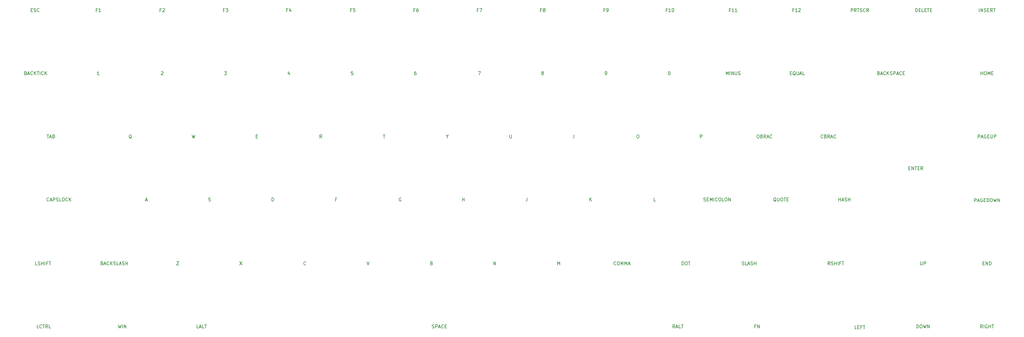
<source format=gto>
G04 #@! TF.GenerationSoftware,KiCad,Pcbnew,7.0.2*
G04 #@! TF.CreationDate,2023-04-27T19:56:02+01:00*
G04 #@! TF.ProjectId,ISO75+STM+PKRGB,49534f37-352b-4535-944d-2b504b524742,rev?*
G04 #@! TF.SameCoordinates,Original*
G04 #@! TF.FileFunction,Legend,Top*
G04 #@! TF.FilePolarity,Positive*
%FSLAX46Y46*%
G04 Gerber Fmt 4.6, Leading zero omitted, Abs format (unit mm)*
G04 Created by KiCad (PCBNEW 7.0.2) date 2023-04-27 19:56:02*
%MOMM*%
%LPD*%
G01*
G04 APERTURE LIST*
%ADD10C,0.150000*%
%ADD11C,3.048000*%
%ADD12C,3.987800*%
%ADD13C,1.750000*%
%ADD14C,3.300000*%
%ADD15C,2.100000*%
%ADD16C,0.600000*%
G04 APERTURE END LIST*
D10*
X305666667Y-30462619D02*
X305666667Y-29462619D01*
X306142857Y-30462619D02*
X306142857Y-29462619D01*
X306142857Y-29462619D02*
X306714285Y-30462619D01*
X306714285Y-30462619D02*
X306714285Y-29462619D01*
X307142857Y-30415000D02*
X307285714Y-30462619D01*
X307285714Y-30462619D02*
X307523809Y-30462619D01*
X307523809Y-30462619D02*
X307619047Y-30415000D01*
X307619047Y-30415000D02*
X307666666Y-30367380D01*
X307666666Y-30367380D02*
X307714285Y-30272142D01*
X307714285Y-30272142D02*
X307714285Y-30176904D01*
X307714285Y-30176904D02*
X307666666Y-30081666D01*
X307666666Y-30081666D02*
X307619047Y-30034047D01*
X307619047Y-30034047D02*
X307523809Y-29986428D01*
X307523809Y-29986428D02*
X307333333Y-29938809D01*
X307333333Y-29938809D02*
X307238095Y-29891190D01*
X307238095Y-29891190D02*
X307190476Y-29843571D01*
X307190476Y-29843571D02*
X307142857Y-29748333D01*
X307142857Y-29748333D02*
X307142857Y-29653095D01*
X307142857Y-29653095D02*
X307190476Y-29557857D01*
X307190476Y-29557857D02*
X307238095Y-29510238D01*
X307238095Y-29510238D02*
X307333333Y-29462619D01*
X307333333Y-29462619D02*
X307571428Y-29462619D01*
X307571428Y-29462619D02*
X307714285Y-29510238D01*
X308142857Y-29938809D02*
X308476190Y-29938809D01*
X308619047Y-30462619D02*
X308142857Y-30462619D01*
X308142857Y-30462619D02*
X308142857Y-29462619D01*
X308142857Y-29462619D02*
X308619047Y-29462619D01*
X309619047Y-30462619D02*
X309285714Y-29986428D01*
X309047619Y-30462619D02*
X309047619Y-29462619D01*
X309047619Y-29462619D02*
X309428571Y-29462619D01*
X309428571Y-29462619D02*
X309523809Y-29510238D01*
X309523809Y-29510238D02*
X309571428Y-29557857D01*
X309571428Y-29557857D02*
X309619047Y-29653095D01*
X309619047Y-29653095D02*
X309619047Y-29795952D01*
X309619047Y-29795952D02*
X309571428Y-29891190D01*
X309571428Y-29891190D02*
X309523809Y-29938809D01*
X309523809Y-29938809D02*
X309428571Y-29986428D01*
X309428571Y-29986428D02*
X309047619Y-29986428D01*
X309904762Y-29462619D02*
X310476190Y-29462619D01*
X310190476Y-30462619D02*
X310190476Y-29462619D01*
X193409524Y-49462619D02*
X193600000Y-49462619D01*
X193600000Y-49462619D02*
X193695238Y-49415000D01*
X193695238Y-49415000D02*
X193742857Y-49367380D01*
X193742857Y-49367380D02*
X193838095Y-49224523D01*
X193838095Y-49224523D02*
X193885714Y-49034047D01*
X193885714Y-49034047D02*
X193885714Y-48653095D01*
X193885714Y-48653095D02*
X193838095Y-48557857D01*
X193838095Y-48557857D02*
X193790476Y-48510238D01*
X193790476Y-48510238D02*
X193695238Y-48462619D01*
X193695238Y-48462619D02*
X193504762Y-48462619D01*
X193504762Y-48462619D02*
X193409524Y-48510238D01*
X193409524Y-48510238D02*
X193361905Y-48557857D01*
X193361905Y-48557857D02*
X193314286Y-48653095D01*
X193314286Y-48653095D02*
X193314286Y-48891190D01*
X193314286Y-48891190D02*
X193361905Y-48986428D01*
X193361905Y-48986428D02*
X193409524Y-49034047D01*
X193409524Y-49034047D02*
X193504762Y-49081666D01*
X193504762Y-49081666D02*
X193695238Y-49081666D01*
X193695238Y-49081666D02*
X193790476Y-49034047D01*
X193790476Y-49034047D02*
X193838095Y-48986428D01*
X193838095Y-48986428D02*
X193885714Y-48891190D01*
X179066667Y-106662619D02*
X179066667Y-105662619D01*
X179066667Y-105662619D02*
X179400000Y-106376904D01*
X179400000Y-106376904D02*
X179733333Y-105662619D01*
X179733333Y-105662619D02*
X179733333Y-106662619D01*
X93338095Y-87462619D02*
X93338095Y-86462619D01*
X93338095Y-86462619D02*
X93576190Y-86462619D01*
X93576190Y-86462619D02*
X93719047Y-86510238D01*
X93719047Y-86510238D02*
X93814285Y-86605476D01*
X93814285Y-86605476D02*
X93861904Y-86700714D01*
X93861904Y-86700714D02*
X93909523Y-86891190D01*
X93909523Y-86891190D02*
X93909523Y-87034047D01*
X93909523Y-87034047D02*
X93861904Y-87224523D01*
X93861904Y-87224523D02*
X93814285Y-87319761D01*
X93814285Y-87319761D02*
X93719047Y-87415000D01*
X93719047Y-87415000D02*
X93576190Y-87462619D01*
X93576190Y-87462619D02*
X93338095Y-87462619D01*
X234480952Y-106615000D02*
X234623809Y-106662619D01*
X234623809Y-106662619D02*
X234861904Y-106662619D01*
X234861904Y-106662619D02*
X234957142Y-106615000D01*
X234957142Y-106615000D02*
X235004761Y-106567380D01*
X235004761Y-106567380D02*
X235052380Y-106472142D01*
X235052380Y-106472142D02*
X235052380Y-106376904D01*
X235052380Y-106376904D02*
X235004761Y-106281666D01*
X235004761Y-106281666D02*
X234957142Y-106234047D01*
X234957142Y-106234047D02*
X234861904Y-106186428D01*
X234861904Y-106186428D02*
X234671428Y-106138809D01*
X234671428Y-106138809D02*
X234576190Y-106091190D01*
X234576190Y-106091190D02*
X234528571Y-106043571D01*
X234528571Y-106043571D02*
X234480952Y-105948333D01*
X234480952Y-105948333D02*
X234480952Y-105853095D01*
X234480952Y-105853095D02*
X234528571Y-105757857D01*
X234528571Y-105757857D02*
X234576190Y-105710238D01*
X234576190Y-105710238D02*
X234671428Y-105662619D01*
X234671428Y-105662619D02*
X234909523Y-105662619D01*
X234909523Y-105662619D02*
X235052380Y-105710238D01*
X235957142Y-106662619D02*
X235480952Y-106662619D01*
X235480952Y-106662619D02*
X235480952Y-105662619D01*
X236242857Y-106376904D02*
X236719047Y-106376904D01*
X236147619Y-106662619D02*
X236480952Y-105662619D01*
X236480952Y-105662619D02*
X236814285Y-106662619D01*
X237100000Y-106615000D02*
X237242857Y-106662619D01*
X237242857Y-106662619D02*
X237480952Y-106662619D01*
X237480952Y-106662619D02*
X237576190Y-106615000D01*
X237576190Y-106615000D02*
X237623809Y-106567380D01*
X237623809Y-106567380D02*
X237671428Y-106472142D01*
X237671428Y-106472142D02*
X237671428Y-106376904D01*
X237671428Y-106376904D02*
X237623809Y-106281666D01*
X237623809Y-106281666D02*
X237576190Y-106234047D01*
X237576190Y-106234047D02*
X237480952Y-106186428D01*
X237480952Y-106186428D02*
X237290476Y-106138809D01*
X237290476Y-106138809D02*
X237195238Y-106091190D01*
X237195238Y-106091190D02*
X237147619Y-106043571D01*
X237147619Y-106043571D02*
X237100000Y-105948333D01*
X237100000Y-105948333D02*
X237100000Y-105853095D01*
X237100000Y-105853095D02*
X237147619Y-105757857D01*
X237147619Y-105757857D02*
X237195238Y-105710238D01*
X237195238Y-105710238D02*
X237290476Y-105662619D01*
X237290476Y-105662619D02*
X237528571Y-105662619D01*
X237528571Y-105662619D02*
X237671428Y-105710238D01*
X238100000Y-106662619D02*
X238100000Y-105662619D01*
X238100000Y-106138809D02*
X238671428Y-106138809D01*
X238671428Y-106662619D02*
X238671428Y-105662619D01*
X155266667Y-48462619D02*
X155933333Y-48462619D01*
X155933333Y-48462619D02*
X155504762Y-49462619D01*
X126714286Y-67462619D02*
X127285714Y-67462619D01*
X127000000Y-68462619D02*
X127000000Y-67462619D01*
X174266666Y-29938809D02*
X173933333Y-29938809D01*
X173933333Y-30462619D02*
X173933333Y-29462619D01*
X173933333Y-29462619D02*
X174409523Y-29462619D01*
X174933333Y-29891190D02*
X174838095Y-29843571D01*
X174838095Y-29843571D02*
X174790476Y-29795952D01*
X174790476Y-29795952D02*
X174742857Y-29700714D01*
X174742857Y-29700714D02*
X174742857Y-29653095D01*
X174742857Y-29653095D02*
X174790476Y-29557857D01*
X174790476Y-29557857D02*
X174838095Y-29510238D01*
X174838095Y-29510238D02*
X174933333Y-29462619D01*
X174933333Y-29462619D02*
X175123809Y-29462619D01*
X175123809Y-29462619D02*
X175219047Y-29510238D01*
X175219047Y-29510238D02*
X175266666Y-29557857D01*
X175266666Y-29557857D02*
X175314285Y-29653095D01*
X175314285Y-29653095D02*
X175314285Y-29700714D01*
X175314285Y-29700714D02*
X175266666Y-29795952D01*
X175266666Y-29795952D02*
X175219047Y-29843571D01*
X175219047Y-29843571D02*
X175123809Y-29891190D01*
X175123809Y-29891190D02*
X174933333Y-29891190D01*
X174933333Y-29891190D02*
X174838095Y-29938809D01*
X174838095Y-29938809D02*
X174790476Y-29986428D01*
X174790476Y-29986428D02*
X174742857Y-30081666D01*
X174742857Y-30081666D02*
X174742857Y-30272142D01*
X174742857Y-30272142D02*
X174790476Y-30367380D01*
X174790476Y-30367380D02*
X174838095Y-30415000D01*
X174838095Y-30415000D02*
X174933333Y-30462619D01*
X174933333Y-30462619D02*
X175123809Y-30462619D01*
X175123809Y-30462619D02*
X175219047Y-30415000D01*
X175219047Y-30415000D02*
X175266666Y-30367380D01*
X175266666Y-30367380D02*
X175314285Y-30272142D01*
X175314285Y-30272142D02*
X175314285Y-30081666D01*
X175314285Y-30081666D02*
X175266666Y-29986428D01*
X175266666Y-29986428D02*
X175219047Y-29938809D01*
X175219047Y-29938809D02*
X175123809Y-29891190D01*
X136590476Y-48462619D02*
X136400000Y-48462619D01*
X136400000Y-48462619D02*
X136304762Y-48510238D01*
X136304762Y-48510238D02*
X136257143Y-48557857D01*
X136257143Y-48557857D02*
X136161905Y-48700714D01*
X136161905Y-48700714D02*
X136114286Y-48891190D01*
X136114286Y-48891190D02*
X136114286Y-49272142D01*
X136114286Y-49272142D02*
X136161905Y-49367380D01*
X136161905Y-49367380D02*
X136209524Y-49415000D01*
X136209524Y-49415000D02*
X136304762Y-49462619D01*
X136304762Y-49462619D02*
X136495238Y-49462619D01*
X136495238Y-49462619D02*
X136590476Y-49415000D01*
X136590476Y-49415000D02*
X136638095Y-49367380D01*
X136638095Y-49367380D02*
X136685714Y-49272142D01*
X136685714Y-49272142D02*
X136685714Y-49034047D01*
X136685714Y-49034047D02*
X136638095Y-48938809D01*
X136638095Y-48938809D02*
X136590476Y-48891190D01*
X136590476Y-48891190D02*
X136495238Y-48843571D01*
X136495238Y-48843571D02*
X136304762Y-48843571D01*
X136304762Y-48843571D02*
X136209524Y-48891190D01*
X136209524Y-48891190D02*
X136161905Y-48938809D01*
X136161905Y-48938809D02*
X136114286Y-49034047D01*
X211990476Y-29938809D02*
X211657143Y-29938809D01*
X211657143Y-30462619D02*
X211657143Y-29462619D01*
X211657143Y-29462619D02*
X212133333Y-29462619D01*
X213038095Y-30462619D02*
X212466667Y-30462619D01*
X212752381Y-30462619D02*
X212752381Y-29462619D01*
X212752381Y-29462619D02*
X212657143Y-29605476D01*
X212657143Y-29605476D02*
X212561905Y-29700714D01*
X212561905Y-29700714D02*
X212466667Y-29748333D01*
X213657143Y-29462619D02*
X213752381Y-29462619D01*
X213752381Y-29462619D02*
X213847619Y-29510238D01*
X213847619Y-29510238D02*
X213895238Y-29557857D01*
X213895238Y-29557857D02*
X213942857Y-29653095D01*
X213942857Y-29653095D02*
X213990476Y-29843571D01*
X213990476Y-29843571D02*
X213990476Y-30081666D01*
X213990476Y-30081666D02*
X213942857Y-30272142D01*
X213942857Y-30272142D02*
X213895238Y-30367380D01*
X213895238Y-30367380D02*
X213847619Y-30415000D01*
X213847619Y-30415000D02*
X213752381Y-30462619D01*
X213752381Y-30462619D02*
X213657143Y-30462619D01*
X213657143Y-30462619D02*
X213561905Y-30415000D01*
X213561905Y-30415000D02*
X213514286Y-30367380D01*
X213514286Y-30367380D02*
X213466667Y-30272142D01*
X213466667Y-30272142D02*
X213419048Y-30081666D01*
X213419048Y-30081666D02*
X213419048Y-29843571D01*
X213419048Y-29843571D02*
X213466667Y-29653095D01*
X213466667Y-29653095D02*
X213514286Y-29557857D01*
X213514286Y-29557857D02*
X213561905Y-29510238D01*
X213561905Y-29510238D02*
X213657143Y-29462619D01*
X132061904Y-86510238D02*
X131966666Y-86462619D01*
X131966666Y-86462619D02*
X131823809Y-86462619D01*
X131823809Y-86462619D02*
X131680952Y-86510238D01*
X131680952Y-86510238D02*
X131585714Y-86605476D01*
X131585714Y-86605476D02*
X131538095Y-86700714D01*
X131538095Y-86700714D02*
X131490476Y-86891190D01*
X131490476Y-86891190D02*
X131490476Y-87034047D01*
X131490476Y-87034047D02*
X131538095Y-87224523D01*
X131538095Y-87224523D02*
X131585714Y-87319761D01*
X131585714Y-87319761D02*
X131680952Y-87415000D01*
X131680952Y-87415000D02*
X131823809Y-87462619D01*
X131823809Y-87462619D02*
X131919047Y-87462619D01*
X131919047Y-87462619D02*
X132061904Y-87415000D01*
X132061904Y-87415000D02*
X132109523Y-87367380D01*
X132109523Y-87367380D02*
X132109523Y-87034047D01*
X132109523Y-87034047D02*
X131919047Y-87034047D01*
X306761905Y-106138809D02*
X307095238Y-106138809D01*
X307238095Y-106662619D02*
X306761905Y-106662619D01*
X306761905Y-106662619D02*
X306761905Y-105662619D01*
X306761905Y-105662619D02*
X307238095Y-105662619D01*
X307666667Y-106662619D02*
X307666667Y-105662619D01*
X307666667Y-105662619D02*
X308238095Y-106662619D01*
X308238095Y-106662619D02*
X308238095Y-105662619D01*
X308714286Y-106662619D02*
X308714286Y-105662619D01*
X308714286Y-105662619D02*
X308952381Y-105662619D01*
X308952381Y-105662619D02*
X309095238Y-105710238D01*
X309095238Y-105710238D02*
X309190476Y-105805476D01*
X309190476Y-105805476D02*
X309238095Y-105900714D01*
X309238095Y-105900714D02*
X309285714Y-106091190D01*
X309285714Y-106091190D02*
X309285714Y-106234047D01*
X309285714Y-106234047D02*
X309238095Y-106424523D01*
X309238095Y-106424523D02*
X309190476Y-106519761D01*
X309190476Y-106519761D02*
X309095238Y-106615000D01*
X309095238Y-106615000D02*
X308952381Y-106662619D01*
X308952381Y-106662619D02*
X308714286Y-106662619D01*
X141433333Y-125615000D02*
X141576190Y-125662619D01*
X141576190Y-125662619D02*
X141814285Y-125662619D01*
X141814285Y-125662619D02*
X141909523Y-125615000D01*
X141909523Y-125615000D02*
X141957142Y-125567380D01*
X141957142Y-125567380D02*
X142004761Y-125472142D01*
X142004761Y-125472142D02*
X142004761Y-125376904D01*
X142004761Y-125376904D02*
X141957142Y-125281666D01*
X141957142Y-125281666D02*
X141909523Y-125234047D01*
X141909523Y-125234047D02*
X141814285Y-125186428D01*
X141814285Y-125186428D02*
X141623809Y-125138809D01*
X141623809Y-125138809D02*
X141528571Y-125091190D01*
X141528571Y-125091190D02*
X141480952Y-125043571D01*
X141480952Y-125043571D02*
X141433333Y-124948333D01*
X141433333Y-124948333D02*
X141433333Y-124853095D01*
X141433333Y-124853095D02*
X141480952Y-124757857D01*
X141480952Y-124757857D02*
X141528571Y-124710238D01*
X141528571Y-124710238D02*
X141623809Y-124662619D01*
X141623809Y-124662619D02*
X141861904Y-124662619D01*
X141861904Y-124662619D02*
X142004761Y-124710238D01*
X142433333Y-125662619D02*
X142433333Y-124662619D01*
X142433333Y-124662619D02*
X142814285Y-124662619D01*
X142814285Y-124662619D02*
X142909523Y-124710238D01*
X142909523Y-124710238D02*
X142957142Y-124757857D01*
X142957142Y-124757857D02*
X143004761Y-124853095D01*
X143004761Y-124853095D02*
X143004761Y-124995952D01*
X143004761Y-124995952D02*
X142957142Y-125091190D01*
X142957142Y-125091190D02*
X142909523Y-125138809D01*
X142909523Y-125138809D02*
X142814285Y-125186428D01*
X142814285Y-125186428D02*
X142433333Y-125186428D01*
X143385714Y-125376904D02*
X143861904Y-125376904D01*
X143290476Y-125662619D02*
X143623809Y-124662619D01*
X143623809Y-124662619D02*
X143957142Y-125662619D01*
X144861904Y-125567380D02*
X144814285Y-125615000D01*
X144814285Y-125615000D02*
X144671428Y-125662619D01*
X144671428Y-125662619D02*
X144576190Y-125662619D01*
X144576190Y-125662619D02*
X144433333Y-125615000D01*
X144433333Y-125615000D02*
X144338095Y-125519761D01*
X144338095Y-125519761D02*
X144290476Y-125424523D01*
X144290476Y-125424523D02*
X144242857Y-125234047D01*
X144242857Y-125234047D02*
X144242857Y-125091190D01*
X144242857Y-125091190D02*
X144290476Y-124900714D01*
X144290476Y-124900714D02*
X144338095Y-124805476D01*
X144338095Y-124805476D02*
X144433333Y-124710238D01*
X144433333Y-124710238D02*
X144576190Y-124662619D01*
X144576190Y-124662619D02*
X144671428Y-124662619D01*
X144671428Y-124662619D02*
X144814285Y-124710238D01*
X144814285Y-124710238D02*
X144861904Y-124757857D01*
X145290476Y-125138809D02*
X145623809Y-125138809D01*
X145766666Y-125662619D02*
X145290476Y-125662619D01*
X145290476Y-125662619D02*
X145290476Y-124662619D01*
X145290476Y-124662619D02*
X145766666Y-124662619D01*
X40866666Y-29938809D02*
X40533333Y-29938809D01*
X40533333Y-30462619D02*
X40533333Y-29462619D01*
X40533333Y-29462619D02*
X41009523Y-29462619D01*
X41914285Y-30462619D02*
X41342857Y-30462619D01*
X41628571Y-30462619D02*
X41628571Y-29462619D01*
X41628571Y-29462619D02*
X41533333Y-29605476D01*
X41533333Y-29605476D02*
X41438095Y-29700714D01*
X41438095Y-29700714D02*
X41342857Y-29748333D01*
X159914286Y-106662619D02*
X159914286Y-105662619D01*
X159914286Y-105662619D02*
X160485714Y-106662619D01*
X160485714Y-106662619D02*
X160485714Y-105662619D01*
X60114286Y-48557857D02*
X60161905Y-48510238D01*
X60161905Y-48510238D02*
X60257143Y-48462619D01*
X60257143Y-48462619D02*
X60495238Y-48462619D01*
X60495238Y-48462619D02*
X60590476Y-48510238D01*
X60590476Y-48510238D02*
X60638095Y-48557857D01*
X60638095Y-48557857D02*
X60685714Y-48653095D01*
X60685714Y-48653095D02*
X60685714Y-48748333D01*
X60685714Y-48748333D02*
X60638095Y-48891190D01*
X60638095Y-48891190D02*
X60066667Y-49462619D01*
X60066667Y-49462619D02*
X60685714Y-49462619D01*
X51180952Y-68557857D02*
X51085714Y-68510238D01*
X51085714Y-68510238D02*
X50990476Y-68415000D01*
X50990476Y-68415000D02*
X50847619Y-68272142D01*
X50847619Y-68272142D02*
X50752381Y-68224523D01*
X50752381Y-68224523D02*
X50657143Y-68224523D01*
X50704762Y-68462619D02*
X50609524Y-68415000D01*
X50609524Y-68415000D02*
X50514286Y-68319761D01*
X50514286Y-68319761D02*
X50466667Y-68129285D01*
X50466667Y-68129285D02*
X50466667Y-67795952D01*
X50466667Y-67795952D02*
X50514286Y-67605476D01*
X50514286Y-67605476D02*
X50609524Y-67510238D01*
X50609524Y-67510238D02*
X50704762Y-67462619D01*
X50704762Y-67462619D02*
X50895238Y-67462619D01*
X50895238Y-67462619D02*
X50990476Y-67510238D01*
X50990476Y-67510238D02*
X51085714Y-67605476D01*
X51085714Y-67605476D02*
X51133333Y-67795952D01*
X51133333Y-67795952D02*
X51133333Y-68129285D01*
X51133333Y-68129285D02*
X51085714Y-68319761D01*
X51085714Y-68319761D02*
X50990476Y-68415000D01*
X50990476Y-68415000D02*
X50895238Y-68462619D01*
X50895238Y-68462619D02*
X50704762Y-68462619D01*
X188738095Y-87462619D02*
X188738095Y-86462619D01*
X189309523Y-87462619D02*
X188880952Y-86891190D01*
X189309523Y-86462619D02*
X188738095Y-87034047D01*
X98590476Y-48795952D02*
X98590476Y-49462619D01*
X98352381Y-48415000D02*
X98114286Y-49129285D01*
X98114286Y-49129285D02*
X98733333Y-49129285D01*
X286595238Y-30462619D02*
X286595238Y-29462619D01*
X286595238Y-29462619D02*
X286833333Y-29462619D01*
X286833333Y-29462619D02*
X286976190Y-29510238D01*
X286976190Y-29510238D02*
X287071428Y-29605476D01*
X287071428Y-29605476D02*
X287119047Y-29700714D01*
X287119047Y-29700714D02*
X287166666Y-29891190D01*
X287166666Y-29891190D02*
X287166666Y-30034047D01*
X287166666Y-30034047D02*
X287119047Y-30224523D01*
X287119047Y-30224523D02*
X287071428Y-30319761D01*
X287071428Y-30319761D02*
X286976190Y-30415000D01*
X286976190Y-30415000D02*
X286833333Y-30462619D01*
X286833333Y-30462619D02*
X286595238Y-30462619D01*
X287595238Y-29938809D02*
X287928571Y-29938809D01*
X288071428Y-30462619D02*
X287595238Y-30462619D01*
X287595238Y-30462619D02*
X287595238Y-29462619D01*
X287595238Y-29462619D02*
X288071428Y-29462619D01*
X288976190Y-30462619D02*
X288500000Y-30462619D01*
X288500000Y-30462619D02*
X288500000Y-29462619D01*
X289309524Y-29938809D02*
X289642857Y-29938809D01*
X289785714Y-30462619D02*
X289309524Y-30462619D01*
X289309524Y-30462619D02*
X289309524Y-29462619D01*
X289309524Y-29462619D02*
X289785714Y-29462619D01*
X290071429Y-29462619D02*
X290642857Y-29462619D01*
X290357143Y-30462619D02*
X290357143Y-29462619D01*
X290976191Y-29938809D02*
X291309524Y-29938809D01*
X291452381Y-30462619D02*
X290976191Y-30462619D01*
X290976191Y-30462619D02*
X290976191Y-29462619D01*
X290976191Y-29462619D02*
X291452381Y-29462619D01*
X244699999Y-87557857D02*
X244604761Y-87510238D01*
X244604761Y-87510238D02*
X244509523Y-87415000D01*
X244509523Y-87415000D02*
X244366666Y-87272142D01*
X244366666Y-87272142D02*
X244271428Y-87224523D01*
X244271428Y-87224523D02*
X244176190Y-87224523D01*
X244223809Y-87462619D02*
X244128571Y-87415000D01*
X244128571Y-87415000D02*
X244033333Y-87319761D01*
X244033333Y-87319761D02*
X243985714Y-87129285D01*
X243985714Y-87129285D02*
X243985714Y-86795952D01*
X243985714Y-86795952D02*
X244033333Y-86605476D01*
X244033333Y-86605476D02*
X244128571Y-86510238D01*
X244128571Y-86510238D02*
X244223809Y-86462619D01*
X244223809Y-86462619D02*
X244414285Y-86462619D01*
X244414285Y-86462619D02*
X244509523Y-86510238D01*
X244509523Y-86510238D02*
X244604761Y-86605476D01*
X244604761Y-86605476D02*
X244652380Y-86795952D01*
X244652380Y-86795952D02*
X244652380Y-87129285D01*
X244652380Y-87129285D02*
X244604761Y-87319761D01*
X244604761Y-87319761D02*
X244509523Y-87415000D01*
X244509523Y-87415000D02*
X244414285Y-87462619D01*
X244414285Y-87462619D02*
X244223809Y-87462619D01*
X245080952Y-86462619D02*
X245080952Y-87272142D01*
X245080952Y-87272142D02*
X245128571Y-87367380D01*
X245128571Y-87367380D02*
X245176190Y-87415000D01*
X245176190Y-87415000D02*
X245271428Y-87462619D01*
X245271428Y-87462619D02*
X245461904Y-87462619D01*
X245461904Y-87462619D02*
X245557142Y-87415000D01*
X245557142Y-87415000D02*
X245604761Y-87367380D01*
X245604761Y-87367380D02*
X245652380Y-87272142D01*
X245652380Y-87272142D02*
X245652380Y-86462619D01*
X246319047Y-86462619D02*
X246509523Y-86462619D01*
X246509523Y-86462619D02*
X246604761Y-86510238D01*
X246604761Y-86510238D02*
X246699999Y-86605476D01*
X246699999Y-86605476D02*
X246747618Y-86795952D01*
X246747618Y-86795952D02*
X246747618Y-87129285D01*
X246747618Y-87129285D02*
X246699999Y-87319761D01*
X246699999Y-87319761D02*
X246604761Y-87415000D01*
X246604761Y-87415000D02*
X246509523Y-87462619D01*
X246509523Y-87462619D02*
X246319047Y-87462619D01*
X246319047Y-87462619D02*
X246223809Y-87415000D01*
X246223809Y-87415000D02*
X246128571Y-87319761D01*
X246128571Y-87319761D02*
X246080952Y-87129285D01*
X246080952Y-87129285D02*
X246080952Y-86795952D01*
X246080952Y-86795952D02*
X246128571Y-86605476D01*
X246128571Y-86605476D02*
X246223809Y-86510238D01*
X246223809Y-86510238D02*
X246319047Y-86462619D01*
X247033333Y-86462619D02*
X247604761Y-86462619D01*
X247319047Y-87462619D02*
X247319047Y-86462619D01*
X247938095Y-86938809D02*
X248271428Y-86938809D01*
X248414285Y-87462619D02*
X247938095Y-87462619D01*
X247938095Y-87462619D02*
X247938095Y-86462619D01*
X247938095Y-86462619D02*
X248414285Y-86462619D01*
X155266666Y-29938809D02*
X154933333Y-29938809D01*
X154933333Y-30462619D02*
X154933333Y-29462619D01*
X154933333Y-29462619D02*
X155409523Y-29462619D01*
X155695238Y-29462619D02*
X156361904Y-29462619D01*
X156361904Y-29462619D02*
X155933333Y-30462619D01*
X305333333Y-68462619D02*
X305333333Y-67462619D01*
X305333333Y-67462619D02*
X305714285Y-67462619D01*
X305714285Y-67462619D02*
X305809523Y-67510238D01*
X305809523Y-67510238D02*
X305857142Y-67557857D01*
X305857142Y-67557857D02*
X305904761Y-67653095D01*
X305904761Y-67653095D02*
X305904761Y-67795952D01*
X305904761Y-67795952D02*
X305857142Y-67891190D01*
X305857142Y-67891190D02*
X305809523Y-67938809D01*
X305809523Y-67938809D02*
X305714285Y-67986428D01*
X305714285Y-67986428D02*
X305333333Y-67986428D01*
X306285714Y-68176904D02*
X306761904Y-68176904D01*
X306190476Y-68462619D02*
X306523809Y-67462619D01*
X306523809Y-67462619D02*
X306857142Y-68462619D01*
X307714285Y-67510238D02*
X307619047Y-67462619D01*
X307619047Y-67462619D02*
X307476190Y-67462619D01*
X307476190Y-67462619D02*
X307333333Y-67510238D01*
X307333333Y-67510238D02*
X307238095Y-67605476D01*
X307238095Y-67605476D02*
X307190476Y-67700714D01*
X307190476Y-67700714D02*
X307142857Y-67891190D01*
X307142857Y-67891190D02*
X307142857Y-68034047D01*
X307142857Y-68034047D02*
X307190476Y-68224523D01*
X307190476Y-68224523D02*
X307238095Y-68319761D01*
X307238095Y-68319761D02*
X307333333Y-68415000D01*
X307333333Y-68415000D02*
X307476190Y-68462619D01*
X307476190Y-68462619D02*
X307571428Y-68462619D01*
X307571428Y-68462619D02*
X307714285Y-68415000D01*
X307714285Y-68415000D02*
X307761904Y-68367380D01*
X307761904Y-68367380D02*
X307761904Y-68034047D01*
X307761904Y-68034047D02*
X307571428Y-68034047D01*
X308190476Y-67938809D02*
X308523809Y-67938809D01*
X308666666Y-68462619D02*
X308190476Y-68462619D01*
X308190476Y-68462619D02*
X308190476Y-67462619D01*
X308190476Y-67462619D02*
X308666666Y-67462619D01*
X309095238Y-67462619D02*
X309095238Y-68272142D01*
X309095238Y-68272142D02*
X309142857Y-68367380D01*
X309142857Y-68367380D02*
X309190476Y-68415000D01*
X309190476Y-68415000D02*
X309285714Y-68462619D01*
X309285714Y-68462619D02*
X309476190Y-68462619D01*
X309476190Y-68462619D02*
X309571428Y-68415000D01*
X309571428Y-68415000D02*
X309619047Y-68367380D01*
X309619047Y-68367380D02*
X309666666Y-68272142D01*
X309666666Y-68272142D02*
X309666666Y-67462619D01*
X310142857Y-68462619D02*
X310142857Y-67462619D01*
X310142857Y-67462619D02*
X310523809Y-67462619D01*
X310523809Y-67462619D02*
X310619047Y-67510238D01*
X310619047Y-67510238D02*
X310666666Y-67557857D01*
X310666666Y-67557857D02*
X310714285Y-67653095D01*
X310714285Y-67653095D02*
X310714285Y-67795952D01*
X310714285Y-67795952D02*
X310666666Y-67891190D01*
X310666666Y-67891190D02*
X310619047Y-67938809D01*
X310619047Y-67938809D02*
X310523809Y-67986428D01*
X310523809Y-67986428D02*
X310142857Y-67986428D01*
X117266666Y-29938809D02*
X116933333Y-29938809D01*
X116933333Y-30462619D02*
X116933333Y-29462619D01*
X116933333Y-29462619D02*
X117409523Y-29462619D01*
X118266666Y-29462619D02*
X117790476Y-29462619D01*
X117790476Y-29462619D02*
X117742857Y-29938809D01*
X117742857Y-29938809D02*
X117790476Y-29891190D01*
X117790476Y-29891190D02*
X117885714Y-29843571D01*
X117885714Y-29843571D02*
X118123809Y-29843571D01*
X118123809Y-29843571D02*
X118219047Y-29891190D01*
X118219047Y-29891190D02*
X118266666Y-29938809D01*
X118266666Y-29938809D02*
X118314285Y-30034047D01*
X118314285Y-30034047D02*
X118314285Y-30272142D01*
X118314285Y-30272142D02*
X118266666Y-30367380D01*
X118266666Y-30367380D02*
X118219047Y-30415000D01*
X118219047Y-30415000D02*
X118123809Y-30462619D01*
X118123809Y-30462619D02*
X117885714Y-30462619D01*
X117885714Y-30462619D02*
X117790476Y-30415000D01*
X117790476Y-30415000D02*
X117742857Y-30367380D01*
X141271428Y-106138809D02*
X141414285Y-106186428D01*
X141414285Y-106186428D02*
X141461904Y-106234047D01*
X141461904Y-106234047D02*
X141509523Y-106329285D01*
X141509523Y-106329285D02*
X141509523Y-106472142D01*
X141509523Y-106472142D02*
X141461904Y-106567380D01*
X141461904Y-106567380D02*
X141414285Y-106615000D01*
X141414285Y-106615000D02*
X141319047Y-106662619D01*
X141319047Y-106662619D02*
X140938095Y-106662619D01*
X140938095Y-106662619D02*
X140938095Y-105662619D01*
X140938095Y-105662619D02*
X141271428Y-105662619D01*
X141271428Y-105662619D02*
X141366666Y-105710238D01*
X141366666Y-105710238D02*
X141414285Y-105757857D01*
X141414285Y-105757857D02*
X141461904Y-105853095D01*
X141461904Y-105853095D02*
X141461904Y-105948333D01*
X141461904Y-105948333D02*
X141414285Y-106043571D01*
X141414285Y-106043571D02*
X141366666Y-106091190D01*
X141366666Y-106091190D02*
X141271428Y-106138809D01*
X141271428Y-106138809D02*
X140938095Y-106138809D01*
X108309523Y-68462619D02*
X107976190Y-67986428D01*
X107738095Y-68462619D02*
X107738095Y-67462619D01*
X107738095Y-67462619D02*
X108119047Y-67462619D01*
X108119047Y-67462619D02*
X108214285Y-67510238D01*
X108214285Y-67510238D02*
X108261904Y-67557857D01*
X108261904Y-67557857D02*
X108309523Y-67653095D01*
X108309523Y-67653095D02*
X108309523Y-67795952D01*
X108309523Y-67795952D02*
X108261904Y-67891190D01*
X108261904Y-67891190D02*
X108214285Y-67938809D01*
X108214285Y-67938809D02*
X108119047Y-67986428D01*
X108119047Y-67986428D02*
X107738095Y-67986428D01*
X275485714Y-48938809D02*
X275628571Y-48986428D01*
X275628571Y-48986428D02*
X275676190Y-49034047D01*
X275676190Y-49034047D02*
X275723809Y-49129285D01*
X275723809Y-49129285D02*
X275723809Y-49272142D01*
X275723809Y-49272142D02*
X275676190Y-49367380D01*
X275676190Y-49367380D02*
X275628571Y-49415000D01*
X275628571Y-49415000D02*
X275533333Y-49462619D01*
X275533333Y-49462619D02*
X275152381Y-49462619D01*
X275152381Y-49462619D02*
X275152381Y-48462619D01*
X275152381Y-48462619D02*
X275485714Y-48462619D01*
X275485714Y-48462619D02*
X275580952Y-48510238D01*
X275580952Y-48510238D02*
X275628571Y-48557857D01*
X275628571Y-48557857D02*
X275676190Y-48653095D01*
X275676190Y-48653095D02*
X275676190Y-48748333D01*
X275676190Y-48748333D02*
X275628571Y-48843571D01*
X275628571Y-48843571D02*
X275580952Y-48891190D01*
X275580952Y-48891190D02*
X275485714Y-48938809D01*
X275485714Y-48938809D02*
X275152381Y-48938809D01*
X276104762Y-49176904D02*
X276580952Y-49176904D01*
X276009524Y-49462619D02*
X276342857Y-48462619D01*
X276342857Y-48462619D02*
X276676190Y-49462619D01*
X277580952Y-49367380D02*
X277533333Y-49415000D01*
X277533333Y-49415000D02*
X277390476Y-49462619D01*
X277390476Y-49462619D02*
X277295238Y-49462619D01*
X277295238Y-49462619D02*
X277152381Y-49415000D01*
X277152381Y-49415000D02*
X277057143Y-49319761D01*
X277057143Y-49319761D02*
X277009524Y-49224523D01*
X277009524Y-49224523D02*
X276961905Y-49034047D01*
X276961905Y-49034047D02*
X276961905Y-48891190D01*
X276961905Y-48891190D02*
X277009524Y-48700714D01*
X277009524Y-48700714D02*
X277057143Y-48605476D01*
X277057143Y-48605476D02*
X277152381Y-48510238D01*
X277152381Y-48510238D02*
X277295238Y-48462619D01*
X277295238Y-48462619D02*
X277390476Y-48462619D01*
X277390476Y-48462619D02*
X277533333Y-48510238D01*
X277533333Y-48510238D02*
X277580952Y-48557857D01*
X278009524Y-49462619D02*
X278009524Y-48462619D01*
X278580952Y-49462619D02*
X278152381Y-48891190D01*
X278580952Y-48462619D02*
X278009524Y-49034047D01*
X278961905Y-49415000D02*
X279104762Y-49462619D01*
X279104762Y-49462619D02*
X279342857Y-49462619D01*
X279342857Y-49462619D02*
X279438095Y-49415000D01*
X279438095Y-49415000D02*
X279485714Y-49367380D01*
X279485714Y-49367380D02*
X279533333Y-49272142D01*
X279533333Y-49272142D02*
X279533333Y-49176904D01*
X279533333Y-49176904D02*
X279485714Y-49081666D01*
X279485714Y-49081666D02*
X279438095Y-49034047D01*
X279438095Y-49034047D02*
X279342857Y-48986428D01*
X279342857Y-48986428D02*
X279152381Y-48938809D01*
X279152381Y-48938809D02*
X279057143Y-48891190D01*
X279057143Y-48891190D02*
X279009524Y-48843571D01*
X279009524Y-48843571D02*
X278961905Y-48748333D01*
X278961905Y-48748333D02*
X278961905Y-48653095D01*
X278961905Y-48653095D02*
X279009524Y-48557857D01*
X279009524Y-48557857D02*
X279057143Y-48510238D01*
X279057143Y-48510238D02*
X279152381Y-48462619D01*
X279152381Y-48462619D02*
X279390476Y-48462619D01*
X279390476Y-48462619D02*
X279533333Y-48510238D01*
X279961905Y-49462619D02*
X279961905Y-48462619D01*
X279961905Y-48462619D02*
X280342857Y-48462619D01*
X280342857Y-48462619D02*
X280438095Y-48510238D01*
X280438095Y-48510238D02*
X280485714Y-48557857D01*
X280485714Y-48557857D02*
X280533333Y-48653095D01*
X280533333Y-48653095D02*
X280533333Y-48795952D01*
X280533333Y-48795952D02*
X280485714Y-48891190D01*
X280485714Y-48891190D02*
X280438095Y-48938809D01*
X280438095Y-48938809D02*
X280342857Y-48986428D01*
X280342857Y-48986428D02*
X279961905Y-48986428D01*
X280914286Y-49176904D02*
X281390476Y-49176904D01*
X280819048Y-49462619D02*
X281152381Y-48462619D01*
X281152381Y-48462619D02*
X281485714Y-49462619D01*
X282390476Y-49367380D02*
X282342857Y-49415000D01*
X282342857Y-49415000D02*
X282200000Y-49462619D01*
X282200000Y-49462619D02*
X282104762Y-49462619D01*
X282104762Y-49462619D02*
X281961905Y-49415000D01*
X281961905Y-49415000D02*
X281866667Y-49319761D01*
X281866667Y-49319761D02*
X281819048Y-49224523D01*
X281819048Y-49224523D02*
X281771429Y-49034047D01*
X281771429Y-49034047D02*
X281771429Y-48891190D01*
X281771429Y-48891190D02*
X281819048Y-48700714D01*
X281819048Y-48700714D02*
X281866667Y-48605476D01*
X281866667Y-48605476D02*
X281961905Y-48510238D01*
X281961905Y-48510238D02*
X282104762Y-48462619D01*
X282104762Y-48462619D02*
X282200000Y-48462619D01*
X282200000Y-48462619D02*
X282342857Y-48510238D01*
X282342857Y-48510238D02*
X282390476Y-48557857D01*
X282819048Y-48938809D02*
X283152381Y-48938809D01*
X283295238Y-49462619D02*
X282819048Y-49462619D01*
X282819048Y-49462619D02*
X282819048Y-48462619D01*
X282819048Y-48462619D02*
X283295238Y-48462619D01*
X117638095Y-48462619D02*
X117161905Y-48462619D01*
X117161905Y-48462619D02*
X117114286Y-48938809D01*
X117114286Y-48938809D02*
X117161905Y-48891190D01*
X117161905Y-48891190D02*
X117257143Y-48843571D01*
X117257143Y-48843571D02*
X117495238Y-48843571D01*
X117495238Y-48843571D02*
X117590476Y-48891190D01*
X117590476Y-48891190D02*
X117638095Y-48938809D01*
X117638095Y-48938809D02*
X117685714Y-49034047D01*
X117685714Y-49034047D02*
X117685714Y-49272142D01*
X117685714Y-49272142D02*
X117638095Y-49367380D01*
X117638095Y-49367380D02*
X117590476Y-49415000D01*
X117590476Y-49415000D02*
X117495238Y-49462619D01*
X117495238Y-49462619D02*
X117257143Y-49462619D01*
X117257143Y-49462619D02*
X117161905Y-49415000D01*
X117161905Y-49415000D02*
X117114286Y-49367380D01*
X193266666Y-29938809D02*
X192933333Y-29938809D01*
X192933333Y-30462619D02*
X192933333Y-29462619D01*
X192933333Y-29462619D02*
X193409523Y-29462619D01*
X193838095Y-30462619D02*
X194028571Y-30462619D01*
X194028571Y-30462619D02*
X194123809Y-30415000D01*
X194123809Y-30415000D02*
X194171428Y-30367380D01*
X194171428Y-30367380D02*
X194266666Y-30224523D01*
X194266666Y-30224523D02*
X194314285Y-30034047D01*
X194314285Y-30034047D02*
X194314285Y-29653095D01*
X194314285Y-29653095D02*
X194266666Y-29557857D01*
X194266666Y-29557857D02*
X194219047Y-29510238D01*
X194219047Y-29510238D02*
X194123809Y-29462619D01*
X194123809Y-29462619D02*
X193933333Y-29462619D01*
X193933333Y-29462619D02*
X193838095Y-29510238D01*
X193838095Y-29510238D02*
X193790476Y-29557857D01*
X193790476Y-29557857D02*
X193742857Y-29653095D01*
X193742857Y-29653095D02*
X193742857Y-29891190D01*
X193742857Y-29891190D02*
X193790476Y-29986428D01*
X193790476Y-29986428D02*
X193838095Y-30034047D01*
X193838095Y-30034047D02*
X193933333Y-30081666D01*
X193933333Y-30081666D02*
X194123809Y-30081666D01*
X194123809Y-30081666D02*
X194219047Y-30034047D01*
X194219047Y-30034047D02*
X194266666Y-29986428D01*
X194266666Y-29986428D02*
X194314285Y-29891190D01*
X268847618Y-125862619D02*
X268371428Y-125862619D01*
X268371428Y-125862619D02*
X268371428Y-124862619D01*
X269180952Y-125338809D02*
X269514285Y-125338809D01*
X269657142Y-125862619D02*
X269180952Y-125862619D01*
X269180952Y-125862619D02*
X269180952Y-124862619D01*
X269180952Y-124862619D02*
X269657142Y-124862619D01*
X270419047Y-125338809D02*
X270085714Y-125338809D01*
X270085714Y-125862619D02*
X270085714Y-124862619D01*
X270085714Y-124862619D02*
X270561904Y-124862619D01*
X270800000Y-124862619D02*
X271371428Y-124862619D01*
X271085714Y-125862619D02*
X271085714Y-124862619D01*
X150514286Y-87462619D02*
X150514286Y-86462619D01*
X150514286Y-86938809D02*
X151085714Y-86938809D01*
X151085714Y-87462619D02*
X151085714Y-86462619D01*
X230990476Y-29938809D02*
X230657143Y-29938809D01*
X230657143Y-30462619D02*
X230657143Y-29462619D01*
X230657143Y-29462619D02*
X231133333Y-29462619D01*
X232038095Y-30462619D02*
X231466667Y-30462619D01*
X231752381Y-30462619D02*
X231752381Y-29462619D01*
X231752381Y-29462619D02*
X231657143Y-29605476D01*
X231657143Y-29605476D02*
X231561905Y-29700714D01*
X231561905Y-29700714D02*
X231466667Y-29748333D01*
X232990476Y-30462619D02*
X232419048Y-30462619D01*
X232704762Y-30462619D02*
X232704762Y-29462619D01*
X232704762Y-29462619D02*
X232609524Y-29605476D01*
X232609524Y-29605476D02*
X232514286Y-29700714D01*
X232514286Y-29700714D02*
X232419048Y-29748333D01*
X286919048Y-125662619D02*
X286919048Y-124662619D01*
X286919048Y-124662619D02*
X287157143Y-124662619D01*
X287157143Y-124662619D02*
X287300000Y-124710238D01*
X287300000Y-124710238D02*
X287395238Y-124805476D01*
X287395238Y-124805476D02*
X287442857Y-124900714D01*
X287442857Y-124900714D02*
X287490476Y-125091190D01*
X287490476Y-125091190D02*
X287490476Y-125234047D01*
X287490476Y-125234047D02*
X287442857Y-125424523D01*
X287442857Y-125424523D02*
X287395238Y-125519761D01*
X287395238Y-125519761D02*
X287300000Y-125615000D01*
X287300000Y-125615000D02*
X287157143Y-125662619D01*
X287157143Y-125662619D02*
X286919048Y-125662619D01*
X288109524Y-124662619D02*
X288300000Y-124662619D01*
X288300000Y-124662619D02*
X288395238Y-124710238D01*
X288395238Y-124710238D02*
X288490476Y-124805476D01*
X288490476Y-124805476D02*
X288538095Y-124995952D01*
X288538095Y-124995952D02*
X288538095Y-125329285D01*
X288538095Y-125329285D02*
X288490476Y-125519761D01*
X288490476Y-125519761D02*
X288395238Y-125615000D01*
X288395238Y-125615000D02*
X288300000Y-125662619D01*
X288300000Y-125662619D02*
X288109524Y-125662619D01*
X288109524Y-125662619D02*
X288014286Y-125615000D01*
X288014286Y-125615000D02*
X287919048Y-125519761D01*
X287919048Y-125519761D02*
X287871429Y-125329285D01*
X287871429Y-125329285D02*
X287871429Y-124995952D01*
X287871429Y-124995952D02*
X287919048Y-124805476D01*
X287919048Y-124805476D02*
X288014286Y-124710238D01*
X288014286Y-124710238D02*
X288109524Y-124662619D01*
X288871429Y-124662619D02*
X289109524Y-125662619D01*
X289109524Y-125662619D02*
X289300000Y-124948333D01*
X289300000Y-124948333D02*
X289490476Y-125662619D01*
X289490476Y-125662619D02*
X289728572Y-124662619D01*
X290109524Y-125662619D02*
X290109524Y-124662619D01*
X290109524Y-124662619D02*
X290680952Y-125662619D01*
X290680952Y-125662619D02*
X290680952Y-124662619D01*
X47209524Y-124662619D02*
X47447619Y-125662619D01*
X47447619Y-125662619D02*
X47638095Y-124948333D01*
X47638095Y-124948333D02*
X47828571Y-125662619D01*
X47828571Y-125662619D02*
X48066667Y-124662619D01*
X48447619Y-125662619D02*
X48447619Y-124662619D01*
X48923809Y-125662619D02*
X48923809Y-124662619D01*
X48923809Y-124662619D02*
X49495237Y-125662619D01*
X49495237Y-125662619D02*
X49495237Y-124662619D01*
X41485714Y-49462619D02*
X40914286Y-49462619D01*
X41200000Y-49462619D02*
X41200000Y-48462619D01*
X41200000Y-48462619D02*
X41104762Y-48605476D01*
X41104762Y-48605476D02*
X41009524Y-48700714D01*
X41009524Y-48700714D02*
X40914286Y-48748333D01*
X69371429Y-67462619D02*
X69609524Y-68462619D01*
X69609524Y-68462619D02*
X69800000Y-67748333D01*
X69800000Y-67748333D02*
X69990476Y-68462619D01*
X69990476Y-68462619D02*
X70228572Y-67462619D01*
X304238095Y-87662619D02*
X304238095Y-86662619D01*
X304238095Y-86662619D02*
X304619047Y-86662619D01*
X304619047Y-86662619D02*
X304714285Y-86710238D01*
X304714285Y-86710238D02*
X304761904Y-86757857D01*
X304761904Y-86757857D02*
X304809523Y-86853095D01*
X304809523Y-86853095D02*
X304809523Y-86995952D01*
X304809523Y-86995952D02*
X304761904Y-87091190D01*
X304761904Y-87091190D02*
X304714285Y-87138809D01*
X304714285Y-87138809D02*
X304619047Y-87186428D01*
X304619047Y-87186428D02*
X304238095Y-87186428D01*
X305190476Y-87376904D02*
X305666666Y-87376904D01*
X305095238Y-87662619D02*
X305428571Y-86662619D01*
X305428571Y-86662619D02*
X305761904Y-87662619D01*
X306619047Y-86710238D02*
X306523809Y-86662619D01*
X306523809Y-86662619D02*
X306380952Y-86662619D01*
X306380952Y-86662619D02*
X306238095Y-86710238D01*
X306238095Y-86710238D02*
X306142857Y-86805476D01*
X306142857Y-86805476D02*
X306095238Y-86900714D01*
X306095238Y-86900714D02*
X306047619Y-87091190D01*
X306047619Y-87091190D02*
X306047619Y-87234047D01*
X306047619Y-87234047D02*
X306095238Y-87424523D01*
X306095238Y-87424523D02*
X306142857Y-87519761D01*
X306142857Y-87519761D02*
X306238095Y-87615000D01*
X306238095Y-87615000D02*
X306380952Y-87662619D01*
X306380952Y-87662619D02*
X306476190Y-87662619D01*
X306476190Y-87662619D02*
X306619047Y-87615000D01*
X306619047Y-87615000D02*
X306666666Y-87567380D01*
X306666666Y-87567380D02*
X306666666Y-87234047D01*
X306666666Y-87234047D02*
X306476190Y-87234047D01*
X307095238Y-87138809D02*
X307428571Y-87138809D01*
X307571428Y-87662619D02*
X307095238Y-87662619D01*
X307095238Y-87662619D02*
X307095238Y-86662619D01*
X307095238Y-86662619D02*
X307571428Y-86662619D01*
X308000000Y-87662619D02*
X308000000Y-86662619D01*
X308000000Y-86662619D02*
X308238095Y-86662619D01*
X308238095Y-86662619D02*
X308380952Y-86710238D01*
X308380952Y-86710238D02*
X308476190Y-86805476D01*
X308476190Y-86805476D02*
X308523809Y-86900714D01*
X308523809Y-86900714D02*
X308571428Y-87091190D01*
X308571428Y-87091190D02*
X308571428Y-87234047D01*
X308571428Y-87234047D02*
X308523809Y-87424523D01*
X308523809Y-87424523D02*
X308476190Y-87519761D01*
X308476190Y-87519761D02*
X308380952Y-87615000D01*
X308380952Y-87615000D02*
X308238095Y-87662619D01*
X308238095Y-87662619D02*
X308000000Y-87662619D01*
X309190476Y-86662619D02*
X309380952Y-86662619D01*
X309380952Y-86662619D02*
X309476190Y-86710238D01*
X309476190Y-86710238D02*
X309571428Y-86805476D01*
X309571428Y-86805476D02*
X309619047Y-86995952D01*
X309619047Y-86995952D02*
X309619047Y-87329285D01*
X309619047Y-87329285D02*
X309571428Y-87519761D01*
X309571428Y-87519761D02*
X309476190Y-87615000D01*
X309476190Y-87615000D02*
X309380952Y-87662619D01*
X309380952Y-87662619D02*
X309190476Y-87662619D01*
X309190476Y-87662619D02*
X309095238Y-87615000D01*
X309095238Y-87615000D02*
X309000000Y-87519761D01*
X309000000Y-87519761D02*
X308952381Y-87329285D01*
X308952381Y-87329285D02*
X308952381Y-86995952D01*
X308952381Y-86995952D02*
X309000000Y-86805476D01*
X309000000Y-86805476D02*
X309095238Y-86710238D01*
X309095238Y-86710238D02*
X309190476Y-86662619D01*
X309952381Y-86662619D02*
X310190476Y-87662619D01*
X310190476Y-87662619D02*
X310380952Y-86948333D01*
X310380952Y-86948333D02*
X310571428Y-87662619D01*
X310571428Y-87662619D02*
X310809524Y-86662619D01*
X311190476Y-87662619D02*
X311190476Y-86662619D01*
X311190476Y-86662619D02*
X311761904Y-87662619D01*
X311761904Y-87662619D02*
X311761904Y-86662619D01*
X25785714Y-67462619D02*
X26357142Y-67462619D01*
X26071428Y-68462619D02*
X26071428Y-67462619D01*
X26642857Y-68176904D02*
X27119047Y-68176904D01*
X26547619Y-68462619D02*
X26880952Y-67462619D01*
X26880952Y-67462619D02*
X27214285Y-68462619D01*
X27880952Y-67938809D02*
X28023809Y-67986428D01*
X28023809Y-67986428D02*
X28071428Y-68034047D01*
X28071428Y-68034047D02*
X28119047Y-68129285D01*
X28119047Y-68129285D02*
X28119047Y-68272142D01*
X28119047Y-68272142D02*
X28071428Y-68367380D01*
X28071428Y-68367380D02*
X28023809Y-68415000D01*
X28023809Y-68415000D02*
X27928571Y-68462619D01*
X27928571Y-68462619D02*
X27547619Y-68462619D01*
X27547619Y-68462619D02*
X27547619Y-67462619D01*
X27547619Y-67462619D02*
X27880952Y-67462619D01*
X27880952Y-67462619D02*
X27976190Y-67510238D01*
X27976190Y-67510238D02*
X28023809Y-67557857D01*
X28023809Y-67557857D02*
X28071428Y-67653095D01*
X28071428Y-67653095D02*
X28071428Y-67748333D01*
X28071428Y-67748333D02*
X28023809Y-67843571D01*
X28023809Y-67843571D02*
X27976190Y-67891190D01*
X27976190Y-67891190D02*
X27880952Y-67938809D01*
X27880952Y-67938809D02*
X27547619Y-67938809D01*
X306666666Y-125662619D02*
X306333333Y-125186428D01*
X306095238Y-125662619D02*
X306095238Y-124662619D01*
X306095238Y-124662619D02*
X306476190Y-124662619D01*
X306476190Y-124662619D02*
X306571428Y-124710238D01*
X306571428Y-124710238D02*
X306619047Y-124757857D01*
X306619047Y-124757857D02*
X306666666Y-124853095D01*
X306666666Y-124853095D02*
X306666666Y-124995952D01*
X306666666Y-124995952D02*
X306619047Y-125091190D01*
X306619047Y-125091190D02*
X306571428Y-125138809D01*
X306571428Y-125138809D02*
X306476190Y-125186428D01*
X306476190Y-125186428D02*
X306095238Y-125186428D01*
X307095238Y-125662619D02*
X307095238Y-124662619D01*
X308095237Y-124710238D02*
X307999999Y-124662619D01*
X307999999Y-124662619D02*
X307857142Y-124662619D01*
X307857142Y-124662619D02*
X307714285Y-124710238D01*
X307714285Y-124710238D02*
X307619047Y-124805476D01*
X307619047Y-124805476D02*
X307571428Y-124900714D01*
X307571428Y-124900714D02*
X307523809Y-125091190D01*
X307523809Y-125091190D02*
X307523809Y-125234047D01*
X307523809Y-125234047D02*
X307571428Y-125424523D01*
X307571428Y-125424523D02*
X307619047Y-125519761D01*
X307619047Y-125519761D02*
X307714285Y-125615000D01*
X307714285Y-125615000D02*
X307857142Y-125662619D01*
X307857142Y-125662619D02*
X307952380Y-125662619D01*
X307952380Y-125662619D02*
X308095237Y-125615000D01*
X308095237Y-125615000D02*
X308142856Y-125567380D01*
X308142856Y-125567380D02*
X308142856Y-125234047D01*
X308142856Y-125234047D02*
X307952380Y-125234047D01*
X308571428Y-125662619D02*
X308571428Y-124662619D01*
X308571428Y-125138809D02*
X309142856Y-125138809D01*
X309142856Y-125662619D02*
X309142856Y-124662619D01*
X309476190Y-124662619D02*
X310047618Y-124662619D01*
X309761904Y-125662619D02*
X309761904Y-124662619D01*
X196614285Y-106567380D02*
X196566666Y-106615000D01*
X196566666Y-106615000D02*
X196423809Y-106662619D01*
X196423809Y-106662619D02*
X196328571Y-106662619D01*
X196328571Y-106662619D02*
X196185714Y-106615000D01*
X196185714Y-106615000D02*
X196090476Y-106519761D01*
X196090476Y-106519761D02*
X196042857Y-106424523D01*
X196042857Y-106424523D02*
X195995238Y-106234047D01*
X195995238Y-106234047D02*
X195995238Y-106091190D01*
X195995238Y-106091190D02*
X196042857Y-105900714D01*
X196042857Y-105900714D02*
X196090476Y-105805476D01*
X196090476Y-105805476D02*
X196185714Y-105710238D01*
X196185714Y-105710238D02*
X196328571Y-105662619D01*
X196328571Y-105662619D02*
X196423809Y-105662619D01*
X196423809Y-105662619D02*
X196566666Y-105710238D01*
X196566666Y-105710238D02*
X196614285Y-105757857D01*
X197233333Y-105662619D02*
X197423809Y-105662619D01*
X197423809Y-105662619D02*
X197519047Y-105710238D01*
X197519047Y-105710238D02*
X197614285Y-105805476D01*
X197614285Y-105805476D02*
X197661904Y-105995952D01*
X197661904Y-105995952D02*
X197661904Y-106329285D01*
X197661904Y-106329285D02*
X197614285Y-106519761D01*
X197614285Y-106519761D02*
X197519047Y-106615000D01*
X197519047Y-106615000D02*
X197423809Y-106662619D01*
X197423809Y-106662619D02*
X197233333Y-106662619D01*
X197233333Y-106662619D02*
X197138095Y-106615000D01*
X197138095Y-106615000D02*
X197042857Y-106519761D01*
X197042857Y-106519761D02*
X196995238Y-106329285D01*
X196995238Y-106329285D02*
X196995238Y-105995952D01*
X196995238Y-105995952D02*
X197042857Y-105805476D01*
X197042857Y-105805476D02*
X197138095Y-105710238D01*
X197138095Y-105710238D02*
X197233333Y-105662619D01*
X198090476Y-106662619D02*
X198090476Y-105662619D01*
X198090476Y-105662619D02*
X198423809Y-106376904D01*
X198423809Y-106376904D02*
X198757142Y-105662619D01*
X198757142Y-105662619D02*
X198757142Y-106662619D01*
X199233333Y-106662619D02*
X199233333Y-105662619D01*
X199233333Y-105662619D02*
X199566666Y-106376904D01*
X199566666Y-106376904D02*
X199899999Y-105662619D01*
X199899999Y-105662619D02*
X199899999Y-106662619D01*
X200328571Y-106376904D02*
X200804761Y-106376904D01*
X200233333Y-106662619D02*
X200566666Y-105662619D01*
X200566666Y-105662619D02*
X200899999Y-106662619D01*
X23323809Y-125662619D02*
X22847619Y-125662619D01*
X22847619Y-125662619D02*
X22847619Y-124662619D01*
X24228571Y-125567380D02*
X24180952Y-125615000D01*
X24180952Y-125615000D02*
X24038095Y-125662619D01*
X24038095Y-125662619D02*
X23942857Y-125662619D01*
X23942857Y-125662619D02*
X23800000Y-125615000D01*
X23800000Y-125615000D02*
X23704762Y-125519761D01*
X23704762Y-125519761D02*
X23657143Y-125424523D01*
X23657143Y-125424523D02*
X23609524Y-125234047D01*
X23609524Y-125234047D02*
X23609524Y-125091190D01*
X23609524Y-125091190D02*
X23657143Y-124900714D01*
X23657143Y-124900714D02*
X23704762Y-124805476D01*
X23704762Y-124805476D02*
X23800000Y-124710238D01*
X23800000Y-124710238D02*
X23942857Y-124662619D01*
X23942857Y-124662619D02*
X24038095Y-124662619D01*
X24038095Y-124662619D02*
X24180952Y-124710238D01*
X24180952Y-124710238D02*
X24228571Y-124757857D01*
X24514286Y-124662619D02*
X25085714Y-124662619D01*
X24800000Y-125662619D02*
X24800000Y-124662619D01*
X25990476Y-125662619D02*
X25657143Y-125186428D01*
X25419048Y-125662619D02*
X25419048Y-124662619D01*
X25419048Y-124662619D02*
X25800000Y-124662619D01*
X25800000Y-124662619D02*
X25895238Y-124710238D01*
X25895238Y-124710238D02*
X25942857Y-124757857D01*
X25942857Y-124757857D02*
X25990476Y-124853095D01*
X25990476Y-124853095D02*
X25990476Y-124995952D01*
X25990476Y-124995952D02*
X25942857Y-125091190D01*
X25942857Y-125091190D02*
X25895238Y-125138809D01*
X25895238Y-125138809D02*
X25800000Y-125186428D01*
X25800000Y-125186428D02*
X25419048Y-125186428D01*
X26895238Y-125662619D02*
X26419048Y-125662619D01*
X26419048Y-125662619D02*
X26419048Y-124662619D01*
X216433333Y-106662619D02*
X216433333Y-105662619D01*
X216433333Y-105662619D02*
X216671428Y-105662619D01*
X216671428Y-105662619D02*
X216814285Y-105710238D01*
X216814285Y-105710238D02*
X216909523Y-105805476D01*
X216909523Y-105805476D02*
X216957142Y-105900714D01*
X216957142Y-105900714D02*
X217004761Y-106091190D01*
X217004761Y-106091190D02*
X217004761Y-106234047D01*
X217004761Y-106234047D02*
X216957142Y-106424523D01*
X216957142Y-106424523D02*
X216909523Y-106519761D01*
X216909523Y-106519761D02*
X216814285Y-106615000D01*
X216814285Y-106615000D02*
X216671428Y-106662619D01*
X216671428Y-106662619D02*
X216433333Y-106662619D01*
X217623809Y-105662619D02*
X217814285Y-105662619D01*
X217814285Y-105662619D02*
X217909523Y-105710238D01*
X217909523Y-105710238D02*
X218004761Y-105805476D01*
X218004761Y-105805476D02*
X218052380Y-105995952D01*
X218052380Y-105995952D02*
X218052380Y-106329285D01*
X218052380Y-106329285D02*
X218004761Y-106519761D01*
X218004761Y-106519761D02*
X217909523Y-106615000D01*
X217909523Y-106615000D02*
X217814285Y-106662619D01*
X217814285Y-106662619D02*
X217623809Y-106662619D01*
X217623809Y-106662619D02*
X217528571Y-106615000D01*
X217528571Y-106615000D02*
X217433333Y-106519761D01*
X217433333Y-106519761D02*
X217385714Y-106329285D01*
X217385714Y-106329285D02*
X217385714Y-105995952D01*
X217385714Y-105995952D02*
X217433333Y-105805476D01*
X217433333Y-105805476D02*
X217528571Y-105710238D01*
X217528571Y-105710238D02*
X217623809Y-105662619D01*
X218338095Y-105662619D02*
X218909523Y-105662619D01*
X218623809Y-106662619D02*
X218623809Y-105662619D01*
X79066667Y-48462619D02*
X79685714Y-48462619D01*
X79685714Y-48462619D02*
X79352381Y-48843571D01*
X79352381Y-48843571D02*
X79495238Y-48843571D01*
X79495238Y-48843571D02*
X79590476Y-48891190D01*
X79590476Y-48891190D02*
X79638095Y-48938809D01*
X79638095Y-48938809D02*
X79685714Y-49034047D01*
X79685714Y-49034047D02*
X79685714Y-49272142D01*
X79685714Y-49272142D02*
X79638095Y-49367380D01*
X79638095Y-49367380D02*
X79590476Y-49415000D01*
X79590476Y-49415000D02*
X79495238Y-49462619D01*
X79495238Y-49462619D02*
X79209524Y-49462619D01*
X79209524Y-49462619D02*
X79114286Y-49415000D01*
X79114286Y-49415000D02*
X79066667Y-49367380D01*
X83666667Y-105662619D02*
X84333333Y-106662619D01*
X84333333Y-105662619D02*
X83666667Y-106662619D01*
X98066666Y-29938809D02*
X97733333Y-29938809D01*
X97733333Y-30462619D02*
X97733333Y-29462619D01*
X97733333Y-29462619D02*
X98209523Y-29462619D01*
X99019047Y-29795952D02*
X99019047Y-30462619D01*
X98780952Y-29415000D02*
X98542857Y-30129285D01*
X98542857Y-30129285D02*
X99161904Y-30129285D01*
X229704762Y-49462619D02*
X229704762Y-48462619D01*
X229704762Y-48462619D02*
X230038095Y-49176904D01*
X230038095Y-49176904D02*
X230371428Y-48462619D01*
X230371428Y-48462619D02*
X230371428Y-49462619D01*
X230847619Y-49462619D02*
X230847619Y-48462619D01*
X231323809Y-49462619D02*
X231323809Y-48462619D01*
X231323809Y-48462619D02*
X231895237Y-49462619D01*
X231895237Y-49462619D02*
X231895237Y-48462619D01*
X232371428Y-48462619D02*
X232371428Y-49272142D01*
X232371428Y-49272142D02*
X232419047Y-49367380D01*
X232419047Y-49367380D02*
X232466666Y-49415000D01*
X232466666Y-49415000D02*
X232561904Y-49462619D01*
X232561904Y-49462619D02*
X232752380Y-49462619D01*
X232752380Y-49462619D02*
X232847618Y-49415000D01*
X232847618Y-49415000D02*
X232895237Y-49367380D01*
X232895237Y-49367380D02*
X232942856Y-49272142D01*
X232942856Y-49272142D02*
X232942856Y-48462619D01*
X233371428Y-49415000D02*
X233514285Y-49462619D01*
X233514285Y-49462619D02*
X233752380Y-49462619D01*
X233752380Y-49462619D02*
X233847618Y-49415000D01*
X233847618Y-49415000D02*
X233895237Y-49367380D01*
X233895237Y-49367380D02*
X233942856Y-49272142D01*
X233942856Y-49272142D02*
X233942856Y-49176904D01*
X233942856Y-49176904D02*
X233895237Y-49081666D01*
X233895237Y-49081666D02*
X233847618Y-49034047D01*
X233847618Y-49034047D02*
X233752380Y-48986428D01*
X233752380Y-48986428D02*
X233561904Y-48938809D01*
X233561904Y-48938809D02*
X233466666Y-48891190D01*
X233466666Y-48891190D02*
X233419047Y-48843571D01*
X233419047Y-48843571D02*
X233371428Y-48748333D01*
X233371428Y-48748333D02*
X233371428Y-48653095D01*
X233371428Y-48653095D02*
X233419047Y-48557857D01*
X233419047Y-48557857D02*
X233466666Y-48510238D01*
X233466666Y-48510238D02*
X233561904Y-48462619D01*
X233561904Y-48462619D02*
X233799999Y-48462619D01*
X233799999Y-48462619D02*
X233942856Y-48510238D01*
X214295237Y-125662619D02*
X213961904Y-125186428D01*
X213723809Y-125662619D02*
X213723809Y-124662619D01*
X213723809Y-124662619D02*
X214104761Y-124662619D01*
X214104761Y-124662619D02*
X214199999Y-124710238D01*
X214199999Y-124710238D02*
X214247618Y-124757857D01*
X214247618Y-124757857D02*
X214295237Y-124853095D01*
X214295237Y-124853095D02*
X214295237Y-124995952D01*
X214295237Y-124995952D02*
X214247618Y-125091190D01*
X214247618Y-125091190D02*
X214199999Y-125138809D01*
X214199999Y-125138809D02*
X214104761Y-125186428D01*
X214104761Y-125186428D02*
X213723809Y-125186428D01*
X214676190Y-125376904D02*
X215152380Y-125376904D01*
X214580952Y-125662619D02*
X214914285Y-124662619D01*
X214914285Y-124662619D02*
X215247618Y-125662619D01*
X216057142Y-125662619D02*
X215580952Y-125662619D01*
X215580952Y-125662619D02*
X215580952Y-124662619D01*
X216247619Y-124662619D02*
X216819047Y-124662619D01*
X216533333Y-125662619D02*
X216533333Y-124662619D01*
X64666667Y-105662619D02*
X65333333Y-105662619D01*
X65333333Y-105662619D02*
X64666667Y-106662619D01*
X64666667Y-106662619D02*
X65333333Y-106662619D01*
X184000000Y-68462619D02*
X184000000Y-67462619D01*
X22861904Y-106662619D02*
X22385714Y-106662619D01*
X22385714Y-106662619D02*
X22385714Y-105662619D01*
X23147619Y-106615000D02*
X23290476Y-106662619D01*
X23290476Y-106662619D02*
X23528571Y-106662619D01*
X23528571Y-106662619D02*
X23623809Y-106615000D01*
X23623809Y-106615000D02*
X23671428Y-106567380D01*
X23671428Y-106567380D02*
X23719047Y-106472142D01*
X23719047Y-106472142D02*
X23719047Y-106376904D01*
X23719047Y-106376904D02*
X23671428Y-106281666D01*
X23671428Y-106281666D02*
X23623809Y-106234047D01*
X23623809Y-106234047D02*
X23528571Y-106186428D01*
X23528571Y-106186428D02*
X23338095Y-106138809D01*
X23338095Y-106138809D02*
X23242857Y-106091190D01*
X23242857Y-106091190D02*
X23195238Y-106043571D01*
X23195238Y-106043571D02*
X23147619Y-105948333D01*
X23147619Y-105948333D02*
X23147619Y-105853095D01*
X23147619Y-105853095D02*
X23195238Y-105757857D01*
X23195238Y-105757857D02*
X23242857Y-105710238D01*
X23242857Y-105710238D02*
X23338095Y-105662619D01*
X23338095Y-105662619D02*
X23576190Y-105662619D01*
X23576190Y-105662619D02*
X23719047Y-105710238D01*
X24147619Y-106662619D02*
X24147619Y-105662619D01*
X24147619Y-106138809D02*
X24719047Y-106138809D01*
X24719047Y-106662619D02*
X24719047Y-105662619D01*
X25195238Y-106662619D02*
X25195238Y-105662619D01*
X26004761Y-106138809D02*
X25671428Y-106138809D01*
X25671428Y-106662619D02*
X25671428Y-105662619D01*
X25671428Y-105662619D02*
X26147618Y-105662619D01*
X26385714Y-105662619D02*
X26957142Y-105662619D01*
X26671428Y-106662619D02*
X26671428Y-105662619D01*
X121866667Y-105662619D02*
X122200000Y-106662619D01*
X122200000Y-106662619D02*
X122533333Y-105662619D01*
X55361905Y-87176904D02*
X55838095Y-87176904D01*
X55266667Y-87462619D02*
X55600000Y-86462619D01*
X55600000Y-86462619D02*
X55933333Y-87462619D01*
X169942857Y-86462619D02*
X169942857Y-87176904D01*
X169942857Y-87176904D02*
X169895238Y-87319761D01*
X169895238Y-87319761D02*
X169800000Y-87415000D01*
X169800000Y-87415000D02*
X169657143Y-87462619D01*
X169657143Y-87462619D02*
X169561905Y-87462619D01*
X203104762Y-67462619D02*
X203295238Y-67462619D01*
X203295238Y-67462619D02*
X203390476Y-67510238D01*
X203390476Y-67510238D02*
X203485714Y-67605476D01*
X203485714Y-67605476D02*
X203533333Y-67795952D01*
X203533333Y-67795952D02*
X203533333Y-68129285D01*
X203533333Y-68129285D02*
X203485714Y-68319761D01*
X203485714Y-68319761D02*
X203390476Y-68415000D01*
X203390476Y-68415000D02*
X203295238Y-68462619D01*
X203295238Y-68462619D02*
X203104762Y-68462619D01*
X203104762Y-68462619D02*
X203009524Y-68415000D01*
X203009524Y-68415000D02*
X202914286Y-68319761D01*
X202914286Y-68319761D02*
X202866667Y-68129285D01*
X202866667Y-68129285D02*
X202866667Y-67795952D01*
X202866667Y-67795952D02*
X202914286Y-67605476D01*
X202914286Y-67605476D02*
X203009524Y-67510238D01*
X203009524Y-67510238D02*
X203104762Y-67462619D01*
X221938095Y-68462619D02*
X221938095Y-67462619D01*
X221938095Y-67462619D02*
X222319047Y-67462619D01*
X222319047Y-67462619D02*
X222414285Y-67510238D01*
X222414285Y-67510238D02*
X222461904Y-67557857D01*
X222461904Y-67557857D02*
X222509523Y-67653095D01*
X222509523Y-67653095D02*
X222509523Y-67795952D01*
X222509523Y-67795952D02*
X222461904Y-67891190D01*
X222461904Y-67891190D02*
X222414285Y-67938809D01*
X222414285Y-67938809D02*
X222319047Y-67986428D01*
X222319047Y-67986428D02*
X221938095Y-67986428D01*
X71295237Y-125662619D02*
X70819047Y-125662619D01*
X70819047Y-125662619D02*
X70819047Y-124662619D01*
X71580952Y-125376904D02*
X72057142Y-125376904D01*
X71485714Y-125662619D02*
X71819047Y-124662619D01*
X71819047Y-124662619D02*
X72152380Y-125662619D01*
X72961904Y-125662619D02*
X72485714Y-125662619D01*
X72485714Y-125662619D02*
X72485714Y-124662619D01*
X73152381Y-124662619D02*
X73723809Y-124662619D01*
X73438095Y-125662619D02*
X73438095Y-124662619D01*
X79066666Y-29938809D02*
X78733333Y-29938809D01*
X78733333Y-30462619D02*
X78733333Y-29462619D01*
X78733333Y-29462619D02*
X79209523Y-29462619D01*
X79495238Y-29462619D02*
X80114285Y-29462619D01*
X80114285Y-29462619D02*
X79780952Y-29843571D01*
X79780952Y-29843571D02*
X79923809Y-29843571D01*
X79923809Y-29843571D02*
X80019047Y-29891190D01*
X80019047Y-29891190D02*
X80066666Y-29938809D01*
X80066666Y-29938809D02*
X80114285Y-30034047D01*
X80114285Y-30034047D02*
X80114285Y-30272142D01*
X80114285Y-30272142D02*
X80066666Y-30367380D01*
X80066666Y-30367380D02*
X80019047Y-30415000D01*
X80019047Y-30415000D02*
X79923809Y-30462619D01*
X79923809Y-30462619D02*
X79638095Y-30462619D01*
X79638095Y-30462619D02*
X79542857Y-30415000D01*
X79542857Y-30415000D02*
X79495238Y-30367380D01*
X146000000Y-67986428D02*
X146000000Y-68462619D01*
X145666667Y-67462619D02*
X146000000Y-67986428D01*
X146000000Y-67986428D02*
X146333333Y-67462619D01*
X26376190Y-87367380D02*
X26328571Y-87415000D01*
X26328571Y-87415000D02*
X26185714Y-87462619D01*
X26185714Y-87462619D02*
X26090476Y-87462619D01*
X26090476Y-87462619D02*
X25947619Y-87415000D01*
X25947619Y-87415000D02*
X25852381Y-87319761D01*
X25852381Y-87319761D02*
X25804762Y-87224523D01*
X25804762Y-87224523D02*
X25757143Y-87034047D01*
X25757143Y-87034047D02*
X25757143Y-86891190D01*
X25757143Y-86891190D02*
X25804762Y-86700714D01*
X25804762Y-86700714D02*
X25852381Y-86605476D01*
X25852381Y-86605476D02*
X25947619Y-86510238D01*
X25947619Y-86510238D02*
X26090476Y-86462619D01*
X26090476Y-86462619D02*
X26185714Y-86462619D01*
X26185714Y-86462619D02*
X26328571Y-86510238D01*
X26328571Y-86510238D02*
X26376190Y-86557857D01*
X26757143Y-87176904D02*
X27233333Y-87176904D01*
X26661905Y-87462619D02*
X26995238Y-86462619D01*
X26995238Y-86462619D02*
X27328571Y-87462619D01*
X27661905Y-87462619D02*
X27661905Y-86462619D01*
X27661905Y-86462619D02*
X28042857Y-86462619D01*
X28042857Y-86462619D02*
X28138095Y-86510238D01*
X28138095Y-86510238D02*
X28185714Y-86557857D01*
X28185714Y-86557857D02*
X28233333Y-86653095D01*
X28233333Y-86653095D02*
X28233333Y-86795952D01*
X28233333Y-86795952D02*
X28185714Y-86891190D01*
X28185714Y-86891190D02*
X28138095Y-86938809D01*
X28138095Y-86938809D02*
X28042857Y-86986428D01*
X28042857Y-86986428D02*
X27661905Y-86986428D01*
X28614286Y-87415000D02*
X28757143Y-87462619D01*
X28757143Y-87462619D02*
X28995238Y-87462619D01*
X28995238Y-87462619D02*
X29090476Y-87415000D01*
X29090476Y-87415000D02*
X29138095Y-87367380D01*
X29138095Y-87367380D02*
X29185714Y-87272142D01*
X29185714Y-87272142D02*
X29185714Y-87176904D01*
X29185714Y-87176904D02*
X29138095Y-87081666D01*
X29138095Y-87081666D02*
X29090476Y-87034047D01*
X29090476Y-87034047D02*
X28995238Y-86986428D01*
X28995238Y-86986428D02*
X28804762Y-86938809D01*
X28804762Y-86938809D02*
X28709524Y-86891190D01*
X28709524Y-86891190D02*
X28661905Y-86843571D01*
X28661905Y-86843571D02*
X28614286Y-86748333D01*
X28614286Y-86748333D02*
X28614286Y-86653095D01*
X28614286Y-86653095D02*
X28661905Y-86557857D01*
X28661905Y-86557857D02*
X28709524Y-86510238D01*
X28709524Y-86510238D02*
X28804762Y-86462619D01*
X28804762Y-86462619D02*
X29042857Y-86462619D01*
X29042857Y-86462619D02*
X29185714Y-86510238D01*
X30090476Y-87462619D02*
X29614286Y-87462619D01*
X29614286Y-87462619D02*
X29614286Y-86462619D01*
X30614286Y-86462619D02*
X30804762Y-86462619D01*
X30804762Y-86462619D02*
X30900000Y-86510238D01*
X30900000Y-86510238D02*
X30995238Y-86605476D01*
X30995238Y-86605476D02*
X31042857Y-86795952D01*
X31042857Y-86795952D02*
X31042857Y-87129285D01*
X31042857Y-87129285D02*
X30995238Y-87319761D01*
X30995238Y-87319761D02*
X30900000Y-87415000D01*
X30900000Y-87415000D02*
X30804762Y-87462619D01*
X30804762Y-87462619D02*
X30614286Y-87462619D01*
X30614286Y-87462619D02*
X30519048Y-87415000D01*
X30519048Y-87415000D02*
X30423810Y-87319761D01*
X30423810Y-87319761D02*
X30376191Y-87129285D01*
X30376191Y-87129285D02*
X30376191Y-86795952D01*
X30376191Y-86795952D02*
X30423810Y-86605476D01*
X30423810Y-86605476D02*
X30519048Y-86510238D01*
X30519048Y-86510238D02*
X30614286Y-86462619D01*
X32042857Y-87367380D02*
X31995238Y-87415000D01*
X31995238Y-87415000D02*
X31852381Y-87462619D01*
X31852381Y-87462619D02*
X31757143Y-87462619D01*
X31757143Y-87462619D02*
X31614286Y-87415000D01*
X31614286Y-87415000D02*
X31519048Y-87319761D01*
X31519048Y-87319761D02*
X31471429Y-87224523D01*
X31471429Y-87224523D02*
X31423810Y-87034047D01*
X31423810Y-87034047D02*
X31423810Y-86891190D01*
X31423810Y-86891190D02*
X31471429Y-86700714D01*
X31471429Y-86700714D02*
X31519048Y-86605476D01*
X31519048Y-86605476D02*
X31614286Y-86510238D01*
X31614286Y-86510238D02*
X31757143Y-86462619D01*
X31757143Y-86462619D02*
X31852381Y-86462619D01*
X31852381Y-86462619D02*
X31995238Y-86510238D01*
X31995238Y-86510238D02*
X32042857Y-86557857D01*
X32471429Y-87462619D02*
X32471429Y-86462619D01*
X33042857Y-87462619D02*
X32614286Y-86891190D01*
X33042857Y-86462619D02*
X32471429Y-87034047D01*
X164714286Y-67462619D02*
X164714286Y-68272142D01*
X164714286Y-68272142D02*
X164761905Y-68367380D01*
X164761905Y-68367380D02*
X164809524Y-68415000D01*
X164809524Y-68415000D02*
X164904762Y-68462619D01*
X164904762Y-68462619D02*
X165095238Y-68462619D01*
X165095238Y-68462619D02*
X165190476Y-68415000D01*
X165190476Y-68415000D02*
X165238095Y-68367380D01*
X165238095Y-68367380D02*
X165285714Y-68272142D01*
X165285714Y-68272142D02*
X165285714Y-67462619D01*
X306166667Y-49462619D02*
X306166667Y-48462619D01*
X306166667Y-48938809D02*
X306738095Y-48938809D01*
X306738095Y-49462619D02*
X306738095Y-48462619D01*
X307404762Y-48462619D02*
X307595238Y-48462619D01*
X307595238Y-48462619D02*
X307690476Y-48510238D01*
X307690476Y-48510238D02*
X307785714Y-48605476D01*
X307785714Y-48605476D02*
X307833333Y-48795952D01*
X307833333Y-48795952D02*
X307833333Y-49129285D01*
X307833333Y-49129285D02*
X307785714Y-49319761D01*
X307785714Y-49319761D02*
X307690476Y-49415000D01*
X307690476Y-49415000D02*
X307595238Y-49462619D01*
X307595238Y-49462619D02*
X307404762Y-49462619D01*
X307404762Y-49462619D02*
X307309524Y-49415000D01*
X307309524Y-49415000D02*
X307214286Y-49319761D01*
X307214286Y-49319761D02*
X307166667Y-49129285D01*
X307166667Y-49129285D02*
X307166667Y-48795952D01*
X307166667Y-48795952D02*
X307214286Y-48605476D01*
X307214286Y-48605476D02*
X307309524Y-48510238D01*
X307309524Y-48510238D02*
X307404762Y-48462619D01*
X308261905Y-49462619D02*
X308261905Y-48462619D01*
X308261905Y-48462619D02*
X308595238Y-49176904D01*
X308595238Y-49176904D02*
X308928571Y-48462619D01*
X308928571Y-48462619D02*
X308928571Y-49462619D01*
X309404762Y-48938809D02*
X309738095Y-48938809D01*
X309880952Y-49462619D02*
X309404762Y-49462619D01*
X309404762Y-49462619D02*
X309404762Y-48462619D01*
X309404762Y-48462619D02*
X309880952Y-48462619D01*
X263485714Y-87462619D02*
X263485714Y-86462619D01*
X263485714Y-86938809D02*
X264057142Y-86938809D01*
X264057142Y-87462619D02*
X264057142Y-86462619D01*
X264485714Y-87176904D02*
X264961904Y-87176904D01*
X264390476Y-87462619D02*
X264723809Y-86462619D01*
X264723809Y-86462619D02*
X265057142Y-87462619D01*
X265342857Y-87415000D02*
X265485714Y-87462619D01*
X265485714Y-87462619D02*
X265723809Y-87462619D01*
X265723809Y-87462619D02*
X265819047Y-87415000D01*
X265819047Y-87415000D02*
X265866666Y-87367380D01*
X265866666Y-87367380D02*
X265914285Y-87272142D01*
X265914285Y-87272142D02*
X265914285Y-87176904D01*
X265914285Y-87176904D02*
X265866666Y-87081666D01*
X265866666Y-87081666D02*
X265819047Y-87034047D01*
X265819047Y-87034047D02*
X265723809Y-86986428D01*
X265723809Y-86986428D02*
X265533333Y-86938809D01*
X265533333Y-86938809D02*
X265438095Y-86891190D01*
X265438095Y-86891190D02*
X265390476Y-86843571D01*
X265390476Y-86843571D02*
X265342857Y-86748333D01*
X265342857Y-86748333D02*
X265342857Y-86653095D01*
X265342857Y-86653095D02*
X265390476Y-86557857D01*
X265390476Y-86557857D02*
X265438095Y-86510238D01*
X265438095Y-86510238D02*
X265533333Y-86462619D01*
X265533333Y-86462619D02*
X265771428Y-86462619D01*
X265771428Y-86462619D02*
X265914285Y-86510238D01*
X266342857Y-87462619D02*
X266342857Y-86462619D01*
X266342857Y-86938809D02*
X266914285Y-86938809D01*
X266914285Y-87462619D02*
X266914285Y-86462619D01*
X208509523Y-87462619D02*
X208033333Y-87462619D01*
X208033333Y-87462619D02*
X208033333Y-86462619D01*
X248904762Y-48938809D02*
X249238095Y-48938809D01*
X249380952Y-49462619D02*
X248904762Y-49462619D01*
X248904762Y-49462619D02*
X248904762Y-48462619D01*
X248904762Y-48462619D02*
X249380952Y-48462619D01*
X250476190Y-49557857D02*
X250380952Y-49510238D01*
X250380952Y-49510238D02*
X250285714Y-49415000D01*
X250285714Y-49415000D02*
X250142857Y-49272142D01*
X250142857Y-49272142D02*
X250047619Y-49224523D01*
X250047619Y-49224523D02*
X249952381Y-49224523D01*
X250000000Y-49462619D02*
X249904762Y-49415000D01*
X249904762Y-49415000D02*
X249809524Y-49319761D01*
X249809524Y-49319761D02*
X249761905Y-49129285D01*
X249761905Y-49129285D02*
X249761905Y-48795952D01*
X249761905Y-48795952D02*
X249809524Y-48605476D01*
X249809524Y-48605476D02*
X249904762Y-48510238D01*
X249904762Y-48510238D02*
X250000000Y-48462619D01*
X250000000Y-48462619D02*
X250190476Y-48462619D01*
X250190476Y-48462619D02*
X250285714Y-48510238D01*
X250285714Y-48510238D02*
X250380952Y-48605476D01*
X250380952Y-48605476D02*
X250428571Y-48795952D01*
X250428571Y-48795952D02*
X250428571Y-49129285D01*
X250428571Y-49129285D02*
X250380952Y-49319761D01*
X250380952Y-49319761D02*
X250285714Y-49415000D01*
X250285714Y-49415000D02*
X250190476Y-49462619D01*
X250190476Y-49462619D02*
X250000000Y-49462619D01*
X250857143Y-48462619D02*
X250857143Y-49272142D01*
X250857143Y-49272142D02*
X250904762Y-49367380D01*
X250904762Y-49367380D02*
X250952381Y-49415000D01*
X250952381Y-49415000D02*
X251047619Y-49462619D01*
X251047619Y-49462619D02*
X251238095Y-49462619D01*
X251238095Y-49462619D02*
X251333333Y-49415000D01*
X251333333Y-49415000D02*
X251380952Y-49367380D01*
X251380952Y-49367380D02*
X251428571Y-49272142D01*
X251428571Y-49272142D02*
X251428571Y-48462619D01*
X251857143Y-49176904D02*
X252333333Y-49176904D01*
X251761905Y-49462619D02*
X252095238Y-48462619D01*
X252095238Y-48462619D02*
X252428571Y-49462619D01*
X253238095Y-49462619D02*
X252761905Y-49462619D01*
X252761905Y-49462619D02*
X252761905Y-48462619D01*
X174504762Y-48891190D02*
X174409524Y-48843571D01*
X174409524Y-48843571D02*
X174361905Y-48795952D01*
X174361905Y-48795952D02*
X174314286Y-48700714D01*
X174314286Y-48700714D02*
X174314286Y-48653095D01*
X174314286Y-48653095D02*
X174361905Y-48557857D01*
X174361905Y-48557857D02*
X174409524Y-48510238D01*
X174409524Y-48510238D02*
X174504762Y-48462619D01*
X174504762Y-48462619D02*
X174695238Y-48462619D01*
X174695238Y-48462619D02*
X174790476Y-48510238D01*
X174790476Y-48510238D02*
X174838095Y-48557857D01*
X174838095Y-48557857D02*
X174885714Y-48653095D01*
X174885714Y-48653095D02*
X174885714Y-48700714D01*
X174885714Y-48700714D02*
X174838095Y-48795952D01*
X174838095Y-48795952D02*
X174790476Y-48843571D01*
X174790476Y-48843571D02*
X174695238Y-48891190D01*
X174695238Y-48891190D02*
X174504762Y-48891190D01*
X174504762Y-48891190D02*
X174409524Y-48938809D01*
X174409524Y-48938809D02*
X174361905Y-48986428D01*
X174361905Y-48986428D02*
X174314286Y-49081666D01*
X174314286Y-49081666D02*
X174314286Y-49272142D01*
X174314286Y-49272142D02*
X174361905Y-49367380D01*
X174361905Y-49367380D02*
X174409524Y-49415000D01*
X174409524Y-49415000D02*
X174504762Y-49462619D01*
X174504762Y-49462619D02*
X174695238Y-49462619D01*
X174695238Y-49462619D02*
X174790476Y-49415000D01*
X174790476Y-49415000D02*
X174838095Y-49367380D01*
X174838095Y-49367380D02*
X174885714Y-49272142D01*
X174885714Y-49272142D02*
X174885714Y-49081666D01*
X174885714Y-49081666D02*
X174838095Y-48986428D01*
X174838095Y-48986428D02*
X174790476Y-48938809D01*
X174790476Y-48938809D02*
X174695238Y-48891190D01*
X249990476Y-29938809D02*
X249657143Y-29938809D01*
X249657143Y-30462619D02*
X249657143Y-29462619D01*
X249657143Y-29462619D02*
X250133333Y-29462619D01*
X251038095Y-30462619D02*
X250466667Y-30462619D01*
X250752381Y-30462619D02*
X250752381Y-29462619D01*
X250752381Y-29462619D02*
X250657143Y-29605476D01*
X250657143Y-29605476D02*
X250561905Y-29700714D01*
X250561905Y-29700714D02*
X250466667Y-29748333D01*
X251419048Y-29557857D02*
X251466667Y-29510238D01*
X251466667Y-29510238D02*
X251561905Y-29462619D01*
X251561905Y-29462619D02*
X251800000Y-29462619D01*
X251800000Y-29462619D02*
X251895238Y-29510238D01*
X251895238Y-29510238D02*
X251942857Y-29557857D01*
X251942857Y-29557857D02*
X251990476Y-29653095D01*
X251990476Y-29653095D02*
X251990476Y-29748333D01*
X251990476Y-29748333D02*
X251942857Y-29891190D01*
X251942857Y-29891190D02*
X251371429Y-30462619D01*
X251371429Y-30462619D02*
X251990476Y-30462619D01*
X74314286Y-87415000D02*
X74457143Y-87462619D01*
X74457143Y-87462619D02*
X74695238Y-87462619D01*
X74695238Y-87462619D02*
X74790476Y-87415000D01*
X74790476Y-87415000D02*
X74838095Y-87367380D01*
X74838095Y-87367380D02*
X74885714Y-87272142D01*
X74885714Y-87272142D02*
X74885714Y-87176904D01*
X74885714Y-87176904D02*
X74838095Y-87081666D01*
X74838095Y-87081666D02*
X74790476Y-87034047D01*
X74790476Y-87034047D02*
X74695238Y-86986428D01*
X74695238Y-86986428D02*
X74504762Y-86938809D01*
X74504762Y-86938809D02*
X74409524Y-86891190D01*
X74409524Y-86891190D02*
X74361905Y-86843571D01*
X74361905Y-86843571D02*
X74314286Y-86748333D01*
X74314286Y-86748333D02*
X74314286Y-86653095D01*
X74314286Y-86653095D02*
X74361905Y-86557857D01*
X74361905Y-86557857D02*
X74409524Y-86510238D01*
X74409524Y-86510238D02*
X74504762Y-86462619D01*
X74504762Y-86462619D02*
X74742857Y-86462619D01*
X74742857Y-86462619D02*
X74885714Y-86510238D01*
X267180952Y-30462619D02*
X267180952Y-29462619D01*
X267180952Y-29462619D02*
X267561904Y-29462619D01*
X267561904Y-29462619D02*
X267657142Y-29510238D01*
X267657142Y-29510238D02*
X267704761Y-29557857D01*
X267704761Y-29557857D02*
X267752380Y-29653095D01*
X267752380Y-29653095D02*
X267752380Y-29795952D01*
X267752380Y-29795952D02*
X267704761Y-29891190D01*
X267704761Y-29891190D02*
X267657142Y-29938809D01*
X267657142Y-29938809D02*
X267561904Y-29986428D01*
X267561904Y-29986428D02*
X267180952Y-29986428D01*
X268752380Y-30462619D02*
X268419047Y-29986428D01*
X268180952Y-30462619D02*
X268180952Y-29462619D01*
X268180952Y-29462619D02*
X268561904Y-29462619D01*
X268561904Y-29462619D02*
X268657142Y-29510238D01*
X268657142Y-29510238D02*
X268704761Y-29557857D01*
X268704761Y-29557857D02*
X268752380Y-29653095D01*
X268752380Y-29653095D02*
X268752380Y-29795952D01*
X268752380Y-29795952D02*
X268704761Y-29891190D01*
X268704761Y-29891190D02*
X268657142Y-29938809D01*
X268657142Y-29938809D02*
X268561904Y-29986428D01*
X268561904Y-29986428D02*
X268180952Y-29986428D01*
X269038095Y-29462619D02*
X269609523Y-29462619D01*
X269323809Y-30462619D02*
X269323809Y-29462619D01*
X269895238Y-30415000D02*
X270038095Y-30462619D01*
X270038095Y-30462619D02*
X270276190Y-30462619D01*
X270276190Y-30462619D02*
X270371428Y-30415000D01*
X270371428Y-30415000D02*
X270419047Y-30367380D01*
X270419047Y-30367380D02*
X270466666Y-30272142D01*
X270466666Y-30272142D02*
X270466666Y-30176904D01*
X270466666Y-30176904D02*
X270419047Y-30081666D01*
X270419047Y-30081666D02*
X270371428Y-30034047D01*
X270371428Y-30034047D02*
X270276190Y-29986428D01*
X270276190Y-29986428D02*
X270085714Y-29938809D01*
X270085714Y-29938809D02*
X269990476Y-29891190D01*
X269990476Y-29891190D02*
X269942857Y-29843571D01*
X269942857Y-29843571D02*
X269895238Y-29748333D01*
X269895238Y-29748333D02*
X269895238Y-29653095D01*
X269895238Y-29653095D02*
X269942857Y-29557857D01*
X269942857Y-29557857D02*
X269990476Y-29510238D01*
X269990476Y-29510238D02*
X270085714Y-29462619D01*
X270085714Y-29462619D02*
X270323809Y-29462619D01*
X270323809Y-29462619D02*
X270466666Y-29510238D01*
X271466666Y-30367380D02*
X271419047Y-30415000D01*
X271419047Y-30415000D02*
X271276190Y-30462619D01*
X271276190Y-30462619D02*
X271180952Y-30462619D01*
X271180952Y-30462619D02*
X271038095Y-30415000D01*
X271038095Y-30415000D02*
X270942857Y-30319761D01*
X270942857Y-30319761D02*
X270895238Y-30224523D01*
X270895238Y-30224523D02*
X270847619Y-30034047D01*
X270847619Y-30034047D02*
X270847619Y-29891190D01*
X270847619Y-29891190D02*
X270895238Y-29700714D01*
X270895238Y-29700714D02*
X270942857Y-29605476D01*
X270942857Y-29605476D02*
X271038095Y-29510238D01*
X271038095Y-29510238D02*
X271180952Y-29462619D01*
X271180952Y-29462619D02*
X271276190Y-29462619D01*
X271276190Y-29462619D02*
X271419047Y-29510238D01*
X271419047Y-29510238D02*
X271466666Y-29557857D01*
X272466666Y-30462619D02*
X272133333Y-29986428D01*
X271895238Y-30462619D02*
X271895238Y-29462619D01*
X271895238Y-29462619D02*
X272276190Y-29462619D01*
X272276190Y-29462619D02*
X272371428Y-29510238D01*
X272371428Y-29510238D02*
X272419047Y-29557857D01*
X272419047Y-29557857D02*
X272466666Y-29653095D01*
X272466666Y-29653095D02*
X272466666Y-29795952D01*
X272466666Y-29795952D02*
X272419047Y-29891190D01*
X272419047Y-29891190D02*
X272371428Y-29938809D01*
X272371428Y-29938809D02*
X272276190Y-29986428D01*
X272276190Y-29986428D02*
X271895238Y-29986428D01*
X212552381Y-48462619D02*
X212647619Y-48462619D01*
X212647619Y-48462619D02*
X212742857Y-48510238D01*
X212742857Y-48510238D02*
X212790476Y-48557857D01*
X212790476Y-48557857D02*
X212838095Y-48653095D01*
X212838095Y-48653095D02*
X212885714Y-48843571D01*
X212885714Y-48843571D02*
X212885714Y-49081666D01*
X212885714Y-49081666D02*
X212838095Y-49272142D01*
X212838095Y-49272142D02*
X212790476Y-49367380D01*
X212790476Y-49367380D02*
X212742857Y-49415000D01*
X212742857Y-49415000D02*
X212647619Y-49462619D01*
X212647619Y-49462619D02*
X212552381Y-49462619D01*
X212552381Y-49462619D02*
X212457143Y-49415000D01*
X212457143Y-49415000D02*
X212409524Y-49367380D01*
X212409524Y-49367380D02*
X212361905Y-49272142D01*
X212361905Y-49272142D02*
X212314286Y-49081666D01*
X212314286Y-49081666D02*
X212314286Y-48843571D01*
X212314286Y-48843571D02*
X212361905Y-48653095D01*
X212361905Y-48653095D02*
X212409524Y-48557857D01*
X212409524Y-48557857D02*
X212457143Y-48510238D01*
X212457143Y-48510238D02*
X212552381Y-48462619D01*
X222976191Y-87415000D02*
X223119048Y-87462619D01*
X223119048Y-87462619D02*
X223357143Y-87462619D01*
X223357143Y-87462619D02*
X223452381Y-87415000D01*
X223452381Y-87415000D02*
X223500000Y-87367380D01*
X223500000Y-87367380D02*
X223547619Y-87272142D01*
X223547619Y-87272142D02*
X223547619Y-87176904D01*
X223547619Y-87176904D02*
X223500000Y-87081666D01*
X223500000Y-87081666D02*
X223452381Y-87034047D01*
X223452381Y-87034047D02*
X223357143Y-86986428D01*
X223357143Y-86986428D02*
X223166667Y-86938809D01*
X223166667Y-86938809D02*
X223071429Y-86891190D01*
X223071429Y-86891190D02*
X223023810Y-86843571D01*
X223023810Y-86843571D02*
X222976191Y-86748333D01*
X222976191Y-86748333D02*
X222976191Y-86653095D01*
X222976191Y-86653095D02*
X223023810Y-86557857D01*
X223023810Y-86557857D02*
X223071429Y-86510238D01*
X223071429Y-86510238D02*
X223166667Y-86462619D01*
X223166667Y-86462619D02*
X223404762Y-86462619D01*
X223404762Y-86462619D02*
X223547619Y-86510238D01*
X223976191Y-86938809D02*
X224309524Y-86938809D01*
X224452381Y-87462619D02*
X223976191Y-87462619D01*
X223976191Y-87462619D02*
X223976191Y-86462619D01*
X223976191Y-86462619D02*
X224452381Y-86462619D01*
X224880953Y-87462619D02*
X224880953Y-86462619D01*
X224880953Y-86462619D02*
X225214286Y-87176904D01*
X225214286Y-87176904D02*
X225547619Y-86462619D01*
X225547619Y-86462619D02*
X225547619Y-87462619D01*
X226023810Y-87462619D02*
X226023810Y-86462619D01*
X227071428Y-87367380D02*
X227023809Y-87415000D01*
X227023809Y-87415000D02*
X226880952Y-87462619D01*
X226880952Y-87462619D02*
X226785714Y-87462619D01*
X226785714Y-87462619D02*
X226642857Y-87415000D01*
X226642857Y-87415000D02*
X226547619Y-87319761D01*
X226547619Y-87319761D02*
X226500000Y-87224523D01*
X226500000Y-87224523D02*
X226452381Y-87034047D01*
X226452381Y-87034047D02*
X226452381Y-86891190D01*
X226452381Y-86891190D02*
X226500000Y-86700714D01*
X226500000Y-86700714D02*
X226547619Y-86605476D01*
X226547619Y-86605476D02*
X226642857Y-86510238D01*
X226642857Y-86510238D02*
X226785714Y-86462619D01*
X226785714Y-86462619D02*
X226880952Y-86462619D01*
X226880952Y-86462619D02*
X227023809Y-86510238D01*
X227023809Y-86510238D02*
X227071428Y-86557857D01*
X227690476Y-86462619D02*
X227880952Y-86462619D01*
X227880952Y-86462619D02*
X227976190Y-86510238D01*
X227976190Y-86510238D02*
X228071428Y-86605476D01*
X228071428Y-86605476D02*
X228119047Y-86795952D01*
X228119047Y-86795952D02*
X228119047Y-87129285D01*
X228119047Y-87129285D02*
X228071428Y-87319761D01*
X228071428Y-87319761D02*
X227976190Y-87415000D01*
X227976190Y-87415000D02*
X227880952Y-87462619D01*
X227880952Y-87462619D02*
X227690476Y-87462619D01*
X227690476Y-87462619D02*
X227595238Y-87415000D01*
X227595238Y-87415000D02*
X227500000Y-87319761D01*
X227500000Y-87319761D02*
X227452381Y-87129285D01*
X227452381Y-87129285D02*
X227452381Y-86795952D01*
X227452381Y-86795952D02*
X227500000Y-86605476D01*
X227500000Y-86605476D02*
X227595238Y-86510238D01*
X227595238Y-86510238D02*
X227690476Y-86462619D01*
X229023809Y-87462619D02*
X228547619Y-87462619D01*
X228547619Y-87462619D02*
X228547619Y-86462619D01*
X229547619Y-86462619D02*
X229738095Y-86462619D01*
X229738095Y-86462619D02*
X229833333Y-86510238D01*
X229833333Y-86510238D02*
X229928571Y-86605476D01*
X229928571Y-86605476D02*
X229976190Y-86795952D01*
X229976190Y-86795952D02*
X229976190Y-87129285D01*
X229976190Y-87129285D02*
X229928571Y-87319761D01*
X229928571Y-87319761D02*
X229833333Y-87415000D01*
X229833333Y-87415000D02*
X229738095Y-87462619D01*
X229738095Y-87462619D02*
X229547619Y-87462619D01*
X229547619Y-87462619D02*
X229452381Y-87415000D01*
X229452381Y-87415000D02*
X229357143Y-87319761D01*
X229357143Y-87319761D02*
X229309524Y-87129285D01*
X229309524Y-87129285D02*
X229309524Y-86795952D01*
X229309524Y-86795952D02*
X229357143Y-86605476D01*
X229357143Y-86605476D02*
X229452381Y-86510238D01*
X229452381Y-86510238D02*
X229547619Y-86462619D01*
X230404762Y-87462619D02*
X230404762Y-86462619D01*
X230404762Y-86462619D02*
X230976190Y-87462619D01*
X230976190Y-87462619D02*
X230976190Y-86462619D01*
X88585714Y-67938809D02*
X88919047Y-67938809D01*
X89061904Y-68462619D02*
X88585714Y-68462619D01*
X88585714Y-68462619D02*
X88585714Y-67462619D01*
X88585714Y-67462619D02*
X89061904Y-67462619D01*
X42333333Y-106138809D02*
X42476190Y-106186428D01*
X42476190Y-106186428D02*
X42523809Y-106234047D01*
X42523809Y-106234047D02*
X42571428Y-106329285D01*
X42571428Y-106329285D02*
X42571428Y-106472142D01*
X42571428Y-106472142D02*
X42523809Y-106567380D01*
X42523809Y-106567380D02*
X42476190Y-106615000D01*
X42476190Y-106615000D02*
X42380952Y-106662619D01*
X42380952Y-106662619D02*
X42000000Y-106662619D01*
X42000000Y-106662619D02*
X42000000Y-105662619D01*
X42000000Y-105662619D02*
X42333333Y-105662619D01*
X42333333Y-105662619D02*
X42428571Y-105710238D01*
X42428571Y-105710238D02*
X42476190Y-105757857D01*
X42476190Y-105757857D02*
X42523809Y-105853095D01*
X42523809Y-105853095D02*
X42523809Y-105948333D01*
X42523809Y-105948333D02*
X42476190Y-106043571D01*
X42476190Y-106043571D02*
X42428571Y-106091190D01*
X42428571Y-106091190D02*
X42333333Y-106138809D01*
X42333333Y-106138809D02*
X42000000Y-106138809D01*
X42952381Y-106376904D02*
X43428571Y-106376904D01*
X42857143Y-106662619D02*
X43190476Y-105662619D01*
X43190476Y-105662619D02*
X43523809Y-106662619D01*
X44428571Y-106567380D02*
X44380952Y-106615000D01*
X44380952Y-106615000D02*
X44238095Y-106662619D01*
X44238095Y-106662619D02*
X44142857Y-106662619D01*
X44142857Y-106662619D02*
X44000000Y-106615000D01*
X44000000Y-106615000D02*
X43904762Y-106519761D01*
X43904762Y-106519761D02*
X43857143Y-106424523D01*
X43857143Y-106424523D02*
X43809524Y-106234047D01*
X43809524Y-106234047D02*
X43809524Y-106091190D01*
X43809524Y-106091190D02*
X43857143Y-105900714D01*
X43857143Y-105900714D02*
X43904762Y-105805476D01*
X43904762Y-105805476D02*
X44000000Y-105710238D01*
X44000000Y-105710238D02*
X44142857Y-105662619D01*
X44142857Y-105662619D02*
X44238095Y-105662619D01*
X44238095Y-105662619D02*
X44380952Y-105710238D01*
X44380952Y-105710238D02*
X44428571Y-105757857D01*
X44857143Y-106662619D02*
X44857143Y-105662619D01*
X45428571Y-106662619D02*
X45000000Y-106091190D01*
X45428571Y-105662619D02*
X44857143Y-106234047D01*
X45809524Y-106615000D02*
X45952381Y-106662619D01*
X45952381Y-106662619D02*
X46190476Y-106662619D01*
X46190476Y-106662619D02*
X46285714Y-106615000D01*
X46285714Y-106615000D02*
X46333333Y-106567380D01*
X46333333Y-106567380D02*
X46380952Y-106472142D01*
X46380952Y-106472142D02*
X46380952Y-106376904D01*
X46380952Y-106376904D02*
X46333333Y-106281666D01*
X46333333Y-106281666D02*
X46285714Y-106234047D01*
X46285714Y-106234047D02*
X46190476Y-106186428D01*
X46190476Y-106186428D02*
X46000000Y-106138809D01*
X46000000Y-106138809D02*
X45904762Y-106091190D01*
X45904762Y-106091190D02*
X45857143Y-106043571D01*
X45857143Y-106043571D02*
X45809524Y-105948333D01*
X45809524Y-105948333D02*
X45809524Y-105853095D01*
X45809524Y-105853095D02*
X45857143Y-105757857D01*
X45857143Y-105757857D02*
X45904762Y-105710238D01*
X45904762Y-105710238D02*
X46000000Y-105662619D01*
X46000000Y-105662619D02*
X46238095Y-105662619D01*
X46238095Y-105662619D02*
X46380952Y-105710238D01*
X47285714Y-106662619D02*
X46809524Y-106662619D01*
X46809524Y-106662619D02*
X46809524Y-105662619D01*
X47571429Y-106376904D02*
X48047619Y-106376904D01*
X47476191Y-106662619D02*
X47809524Y-105662619D01*
X47809524Y-105662619D02*
X48142857Y-106662619D01*
X48428572Y-106615000D02*
X48571429Y-106662619D01*
X48571429Y-106662619D02*
X48809524Y-106662619D01*
X48809524Y-106662619D02*
X48904762Y-106615000D01*
X48904762Y-106615000D02*
X48952381Y-106567380D01*
X48952381Y-106567380D02*
X49000000Y-106472142D01*
X49000000Y-106472142D02*
X49000000Y-106376904D01*
X49000000Y-106376904D02*
X48952381Y-106281666D01*
X48952381Y-106281666D02*
X48904762Y-106234047D01*
X48904762Y-106234047D02*
X48809524Y-106186428D01*
X48809524Y-106186428D02*
X48619048Y-106138809D01*
X48619048Y-106138809D02*
X48523810Y-106091190D01*
X48523810Y-106091190D02*
X48476191Y-106043571D01*
X48476191Y-106043571D02*
X48428572Y-105948333D01*
X48428572Y-105948333D02*
X48428572Y-105853095D01*
X48428572Y-105853095D02*
X48476191Y-105757857D01*
X48476191Y-105757857D02*
X48523810Y-105710238D01*
X48523810Y-105710238D02*
X48619048Y-105662619D01*
X48619048Y-105662619D02*
X48857143Y-105662619D01*
X48857143Y-105662619D02*
X49000000Y-105710238D01*
X49428572Y-106662619D02*
X49428572Y-105662619D01*
X49428572Y-106138809D02*
X50000000Y-106138809D01*
X50000000Y-106662619D02*
X50000000Y-105662619D01*
X112742857Y-86938809D02*
X112409524Y-86938809D01*
X112409524Y-87462619D02*
X112409524Y-86462619D01*
X112409524Y-86462619D02*
X112885714Y-86462619D01*
X258780952Y-68367380D02*
X258733333Y-68415000D01*
X258733333Y-68415000D02*
X258590476Y-68462619D01*
X258590476Y-68462619D02*
X258495238Y-68462619D01*
X258495238Y-68462619D02*
X258352381Y-68415000D01*
X258352381Y-68415000D02*
X258257143Y-68319761D01*
X258257143Y-68319761D02*
X258209524Y-68224523D01*
X258209524Y-68224523D02*
X258161905Y-68034047D01*
X258161905Y-68034047D02*
X258161905Y-67891190D01*
X258161905Y-67891190D02*
X258209524Y-67700714D01*
X258209524Y-67700714D02*
X258257143Y-67605476D01*
X258257143Y-67605476D02*
X258352381Y-67510238D01*
X258352381Y-67510238D02*
X258495238Y-67462619D01*
X258495238Y-67462619D02*
X258590476Y-67462619D01*
X258590476Y-67462619D02*
X258733333Y-67510238D01*
X258733333Y-67510238D02*
X258780952Y-67557857D01*
X259542857Y-67938809D02*
X259685714Y-67986428D01*
X259685714Y-67986428D02*
X259733333Y-68034047D01*
X259733333Y-68034047D02*
X259780952Y-68129285D01*
X259780952Y-68129285D02*
X259780952Y-68272142D01*
X259780952Y-68272142D02*
X259733333Y-68367380D01*
X259733333Y-68367380D02*
X259685714Y-68415000D01*
X259685714Y-68415000D02*
X259590476Y-68462619D01*
X259590476Y-68462619D02*
X259209524Y-68462619D01*
X259209524Y-68462619D02*
X259209524Y-67462619D01*
X259209524Y-67462619D02*
X259542857Y-67462619D01*
X259542857Y-67462619D02*
X259638095Y-67510238D01*
X259638095Y-67510238D02*
X259685714Y-67557857D01*
X259685714Y-67557857D02*
X259733333Y-67653095D01*
X259733333Y-67653095D02*
X259733333Y-67748333D01*
X259733333Y-67748333D02*
X259685714Y-67843571D01*
X259685714Y-67843571D02*
X259638095Y-67891190D01*
X259638095Y-67891190D02*
X259542857Y-67938809D01*
X259542857Y-67938809D02*
X259209524Y-67938809D01*
X260780952Y-68462619D02*
X260447619Y-67986428D01*
X260209524Y-68462619D02*
X260209524Y-67462619D01*
X260209524Y-67462619D02*
X260590476Y-67462619D01*
X260590476Y-67462619D02*
X260685714Y-67510238D01*
X260685714Y-67510238D02*
X260733333Y-67557857D01*
X260733333Y-67557857D02*
X260780952Y-67653095D01*
X260780952Y-67653095D02*
X260780952Y-67795952D01*
X260780952Y-67795952D02*
X260733333Y-67891190D01*
X260733333Y-67891190D02*
X260685714Y-67938809D01*
X260685714Y-67938809D02*
X260590476Y-67986428D01*
X260590476Y-67986428D02*
X260209524Y-67986428D01*
X261161905Y-68176904D02*
X261638095Y-68176904D01*
X261066667Y-68462619D02*
X261400000Y-67462619D01*
X261400000Y-67462619D02*
X261733333Y-68462619D01*
X262638095Y-68367380D02*
X262590476Y-68415000D01*
X262590476Y-68415000D02*
X262447619Y-68462619D01*
X262447619Y-68462619D02*
X262352381Y-68462619D01*
X262352381Y-68462619D02*
X262209524Y-68415000D01*
X262209524Y-68415000D02*
X262114286Y-68319761D01*
X262114286Y-68319761D02*
X262066667Y-68224523D01*
X262066667Y-68224523D02*
X262019048Y-68034047D01*
X262019048Y-68034047D02*
X262019048Y-67891190D01*
X262019048Y-67891190D02*
X262066667Y-67700714D01*
X262066667Y-67700714D02*
X262114286Y-67605476D01*
X262114286Y-67605476D02*
X262209524Y-67510238D01*
X262209524Y-67510238D02*
X262352381Y-67462619D01*
X262352381Y-67462619D02*
X262447619Y-67462619D01*
X262447619Y-67462619D02*
X262590476Y-67510238D01*
X262590476Y-67510238D02*
X262638095Y-67557857D01*
X103509523Y-106567380D02*
X103461904Y-106615000D01*
X103461904Y-106615000D02*
X103319047Y-106662619D01*
X103319047Y-106662619D02*
X103223809Y-106662619D01*
X103223809Y-106662619D02*
X103080952Y-106615000D01*
X103080952Y-106615000D02*
X102985714Y-106519761D01*
X102985714Y-106519761D02*
X102938095Y-106424523D01*
X102938095Y-106424523D02*
X102890476Y-106234047D01*
X102890476Y-106234047D02*
X102890476Y-106091190D01*
X102890476Y-106091190D02*
X102938095Y-105900714D01*
X102938095Y-105900714D02*
X102985714Y-105805476D01*
X102985714Y-105805476D02*
X103080952Y-105710238D01*
X103080952Y-105710238D02*
X103223809Y-105662619D01*
X103223809Y-105662619D02*
X103319047Y-105662619D01*
X103319047Y-105662619D02*
X103461904Y-105710238D01*
X103461904Y-105710238D02*
X103509523Y-105757857D01*
X136266666Y-29938809D02*
X135933333Y-29938809D01*
X135933333Y-30462619D02*
X135933333Y-29462619D01*
X135933333Y-29462619D02*
X136409523Y-29462619D01*
X137219047Y-29462619D02*
X137028571Y-29462619D01*
X137028571Y-29462619D02*
X136933333Y-29510238D01*
X136933333Y-29510238D02*
X136885714Y-29557857D01*
X136885714Y-29557857D02*
X136790476Y-29700714D01*
X136790476Y-29700714D02*
X136742857Y-29891190D01*
X136742857Y-29891190D02*
X136742857Y-30272142D01*
X136742857Y-30272142D02*
X136790476Y-30367380D01*
X136790476Y-30367380D02*
X136838095Y-30415000D01*
X136838095Y-30415000D02*
X136933333Y-30462619D01*
X136933333Y-30462619D02*
X137123809Y-30462619D01*
X137123809Y-30462619D02*
X137219047Y-30415000D01*
X137219047Y-30415000D02*
X137266666Y-30367380D01*
X137266666Y-30367380D02*
X137314285Y-30272142D01*
X137314285Y-30272142D02*
X137314285Y-30034047D01*
X137314285Y-30034047D02*
X137266666Y-29938809D01*
X137266666Y-29938809D02*
X137219047Y-29891190D01*
X137219047Y-29891190D02*
X137123809Y-29843571D01*
X137123809Y-29843571D02*
X136933333Y-29843571D01*
X136933333Y-29843571D02*
X136838095Y-29891190D01*
X136838095Y-29891190D02*
X136790476Y-29938809D01*
X136790476Y-29938809D02*
X136742857Y-30034047D01*
X284528571Y-77538809D02*
X284861904Y-77538809D01*
X285004761Y-78062619D02*
X284528571Y-78062619D01*
X284528571Y-78062619D02*
X284528571Y-77062619D01*
X284528571Y-77062619D02*
X285004761Y-77062619D01*
X285433333Y-78062619D02*
X285433333Y-77062619D01*
X285433333Y-77062619D02*
X286004761Y-78062619D01*
X286004761Y-78062619D02*
X286004761Y-77062619D01*
X286338095Y-77062619D02*
X286909523Y-77062619D01*
X286623809Y-78062619D02*
X286623809Y-77062619D01*
X287242857Y-77538809D02*
X287576190Y-77538809D01*
X287719047Y-78062619D02*
X287242857Y-78062619D01*
X287242857Y-78062619D02*
X287242857Y-77062619D01*
X287242857Y-77062619D02*
X287719047Y-77062619D01*
X288719047Y-78062619D02*
X288385714Y-77586428D01*
X288147619Y-78062619D02*
X288147619Y-77062619D01*
X288147619Y-77062619D02*
X288528571Y-77062619D01*
X288528571Y-77062619D02*
X288623809Y-77110238D01*
X288623809Y-77110238D02*
X288671428Y-77157857D01*
X288671428Y-77157857D02*
X288719047Y-77253095D01*
X288719047Y-77253095D02*
X288719047Y-77395952D01*
X288719047Y-77395952D02*
X288671428Y-77491190D01*
X288671428Y-77491190D02*
X288623809Y-77538809D01*
X288623809Y-77538809D02*
X288528571Y-77586428D01*
X288528571Y-77586428D02*
X288147619Y-77586428D01*
X239176190Y-67462619D02*
X239366666Y-67462619D01*
X239366666Y-67462619D02*
X239461904Y-67510238D01*
X239461904Y-67510238D02*
X239557142Y-67605476D01*
X239557142Y-67605476D02*
X239604761Y-67795952D01*
X239604761Y-67795952D02*
X239604761Y-68129285D01*
X239604761Y-68129285D02*
X239557142Y-68319761D01*
X239557142Y-68319761D02*
X239461904Y-68415000D01*
X239461904Y-68415000D02*
X239366666Y-68462619D01*
X239366666Y-68462619D02*
X239176190Y-68462619D01*
X239176190Y-68462619D02*
X239080952Y-68415000D01*
X239080952Y-68415000D02*
X238985714Y-68319761D01*
X238985714Y-68319761D02*
X238938095Y-68129285D01*
X238938095Y-68129285D02*
X238938095Y-67795952D01*
X238938095Y-67795952D02*
X238985714Y-67605476D01*
X238985714Y-67605476D02*
X239080952Y-67510238D01*
X239080952Y-67510238D02*
X239176190Y-67462619D01*
X240366666Y-67938809D02*
X240509523Y-67986428D01*
X240509523Y-67986428D02*
X240557142Y-68034047D01*
X240557142Y-68034047D02*
X240604761Y-68129285D01*
X240604761Y-68129285D02*
X240604761Y-68272142D01*
X240604761Y-68272142D02*
X240557142Y-68367380D01*
X240557142Y-68367380D02*
X240509523Y-68415000D01*
X240509523Y-68415000D02*
X240414285Y-68462619D01*
X240414285Y-68462619D02*
X240033333Y-68462619D01*
X240033333Y-68462619D02*
X240033333Y-67462619D01*
X240033333Y-67462619D02*
X240366666Y-67462619D01*
X240366666Y-67462619D02*
X240461904Y-67510238D01*
X240461904Y-67510238D02*
X240509523Y-67557857D01*
X240509523Y-67557857D02*
X240557142Y-67653095D01*
X240557142Y-67653095D02*
X240557142Y-67748333D01*
X240557142Y-67748333D02*
X240509523Y-67843571D01*
X240509523Y-67843571D02*
X240461904Y-67891190D01*
X240461904Y-67891190D02*
X240366666Y-67938809D01*
X240366666Y-67938809D02*
X240033333Y-67938809D01*
X241604761Y-68462619D02*
X241271428Y-67986428D01*
X241033333Y-68462619D02*
X241033333Y-67462619D01*
X241033333Y-67462619D02*
X241414285Y-67462619D01*
X241414285Y-67462619D02*
X241509523Y-67510238D01*
X241509523Y-67510238D02*
X241557142Y-67557857D01*
X241557142Y-67557857D02*
X241604761Y-67653095D01*
X241604761Y-67653095D02*
X241604761Y-67795952D01*
X241604761Y-67795952D02*
X241557142Y-67891190D01*
X241557142Y-67891190D02*
X241509523Y-67938809D01*
X241509523Y-67938809D02*
X241414285Y-67986428D01*
X241414285Y-67986428D02*
X241033333Y-67986428D01*
X241985714Y-68176904D02*
X242461904Y-68176904D01*
X241890476Y-68462619D02*
X242223809Y-67462619D01*
X242223809Y-67462619D02*
X242557142Y-68462619D01*
X243461904Y-68367380D02*
X243414285Y-68415000D01*
X243414285Y-68415000D02*
X243271428Y-68462619D01*
X243271428Y-68462619D02*
X243176190Y-68462619D01*
X243176190Y-68462619D02*
X243033333Y-68415000D01*
X243033333Y-68415000D02*
X242938095Y-68319761D01*
X242938095Y-68319761D02*
X242890476Y-68224523D01*
X242890476Y-68224523D02*
X242842857Y-68034047D01*
X242842857Y-68034047D02*
X242842857Y-67891190D01*
X242842857Y-67891190D02*
X242890476Y-67700714D01*
X242890476Y-67700714D02*
X242938095Y-67605476D01*
X242938095Y-67605476D02*
X243033333Y-67510238D01*
X243033333Y-67510238D02*
X243176190Y-67462619D01*
X243176190Y-67462619D02*
X243271428Y-67462619D01*
X243271428Y-67462619D02*
X243414285Y-67510238D01*
X243414285Y-67510238D02*
X243461904Y-67557857D01*
X288014286Y-105662619D02*
X288014286Y-106472142D01*
X288014286Y-106472142D02*
X288061905Y-106567380D01*
X288061905Y-106567380D02*
X288109524Y-106615000D01*
X288109524Y-106615000D02*
X288204762Y-106662619D01*
X288204762Y-106662619D02*
X288395238Y-106662619D01*
X288395238Y-106662619D02*
X288490476Y-106615000D01*
X288490476Y-106615000D02*
X288538095Y-106567380D01*
X288538095Y-106567380D02*
X288585714Y-106472142D01*
X288585714Y-106472142D02*
X288585714Y-105662619D01*
X289061905Y-106662619D02*
X289061905Y-105662619D01*
X289061905Y-105662619D02*
X289442857Y-105662619D01*
X289442857Y-105662619D02*
X289538095Y-105710238D01*
X289538095Y-105710238D02*
X289585714Y-105757857D01*
X289585714Y-105757857D02*
X289633333Y-105853095D01*
X289633333Y-105853095D02*
X289633333Y-105995952D01*
X289633333Y-105995952D02*
X289585714Y-106091190D01*
X289585714Y-106091190D02*
X289538095Y-106138809D01*
X289538095Y-106138809D02*
X289442857Y-106186428D01*
X289442857Y-106186428D02*
X289061905Y-106186428D01*
X60066666Y-29938809D02*
X59733333Y-29938809D01*
X59733333Y-30462619D02*
X59733333Y-29462619D01*
X59733333Y-29462619D02*
X60209523Y-29462619D01*
X60542857Y-29557857D02*
X60590476Y-29510238D01*
X60590476Y-29510238D02*
X60685714Y-29462619D01*
X60685714Y-29462619D02*
X60923809Y-29462619D01*
X60923809Y-29462619D02*
X61019047Y-29510238D01*
X61019047Y-29510238D02*
X61066666Y-29557857D01*
X61066666Y-29557857D02*
X61114285Y-29653095D01*
X61114285Y-29653095D02*
X61114285Y-29748333D01*
X61114285Y-29748333D02*
X61066666Y-29891190D01*
X61066666Y-29891190D02*
X60495238Y-30462619D01*
X60495238Y-30462619D02*
X61114285Y-30462619D01*
X21009524Y-29938809D02*
X21342857Y-29938809D01*
X21485714Y-30462619D02*
X21009524Y-30462619D01*
X21009524Y-30462619D02*
X21009524Y-29462619D01*
X21009524Y-29462619D02*
X21485714Y-29462619D01*
X21866667Y-30415000D02*
X22009524Y-30462619D01*
X22009524Y-30462619D02*
X22247619Y-30462619D01*
X22247619Y-30462619D02*
X22342857Y-30415000D01*
X22342857Y-30415000D02*
X22390476Y-30367380D01*
X22390476Y-30367380D02*
X22438095Y-30272142D01*
X22438095Y-30272142D02*
X22438095Y-30176904D01*
X22438095Y-30176904D02*
X22390476Y-30081666D01*
X22390476Y-30081666D02*
X22342857Y-30034047D01*
X22342857Y-30034047D02*
X22247619Y-29986428D01*
X22247619Y-29986428D02*
X22057143Y-29938809D01*
X22057143Y-29938809D02*
X21961905Y-29891190D01*
X21961905Y-29891190D02*
X21914286Y-29843571D01*
X21914286Y-29843571D02*
X21866667Y-29748333D01*
X21866667Y-29748333D02*
X21866667Y-29653095D01*
X21866667Y-29653095D02*
X21914286Y-29557857D01*
X21914286Y-29557857D02*
X21961905Y-29510238D01*
X21961905Y-29510238D02*
X22057143Y-29462619D01*
X22057143Y-29462619D02*
X22295238Y-29462619D01*
X22295238Y-29462619D02*
X22438095Y-29510238D01*
X23438095Y-30367380D02*
X23390476Y-30415000D01*
X23390476Y-30415000D02*
X23247619Y-30462619D01*
X23247619Y-30462619D02*
X23152381Y-30462619D01*
X23152381Y-30462619D02*
X23009524Y-30415000D01*
X23009524Y-30415000D02*
X22914286Y-30319761D01*
X22914286Y-30319761D02*
X22866667Y-30224523D01*
X22866667Y-30224523D02*
X22819048Y-30034047D01*
X22819048Y-30034047D02*
X22819048Y-29891190D01*
X22819048Y-29891190D02*
X22866667Y-29700714D01*
X22866667Y-29700714D02*
X22914286Y-29605476D01*
X22914286Y-29605476D02*
X23009524Y-29510238D01*
X23009524Y-29510238D02*
X23152381Y-29462619D01*
X23152381Y-29462619D02*
X23247619Y-29462619D01*
X23247619Y-29462619D02*
X23390476Y-29510238D01*
X23390476Y-29510238D02*
X23438095Y-29557857D01*
X238619047Y-125138809D02*
X238285714Y-125138809D01*
X238285714Y-125662619D02*
X238285714Y-124662619D01*
X238285714Y-124662619D02*
X238761904Y-124662619D01*
X239142857Y-125662619D02*
X239142857Y-124662619D01*
X239142857Y-124662619D02*
X239714285Y-125662619D01*
X239714285Y-125662619D02*
X239714285Y-124662619D01*
X19423809Y-48938809D02*
X19566666Y-48986428D01*
X19566666Y-48986428D02*
X19614285Y-49034047D01*
X19614285Y-49034047D02*
X19661904Y-49129285D01*
X19661904Y-49129285D02*
X19661904Y-49272142D01*
X19661904Y-49272142D02*
X19614285Y-49367380D01*
X19614285Y-49367380D02*
X19566666Y-49415000D01*
X19566666Y-49415000D02*
X19471428Y-49462619D01*
X19471428Y-49462619D02*
X19090476Y-49462619D01*
X19090476Y-49462619D02*
X19090476Y-48462619D01*
X19090476Y-48462619D02*
X19423809Y-48462619D01*
X19423809Y-48462619D02*
X19519047Y-48510238D01*
X19519047Y-48510238D02*
X19566666Y-48557857D01*
X19566666Y-48557857D02*
X19614285Y-48653095D01*
X19614285Y-48653095D02*
X19614285Y-48748333D01*
X19614285Y-48748333D02*
X19566666Y-48843571D01*
X19566666Y-48843571D02*
X19519047Y-48891190D01*
X19519047Y-48891190D02*
X19423809Y-48938809D01*
X19423809Y-48938809D02*
X19090476Y-48938809D01*
X20042857Y-49176904D02*
X20519047Y-49176904D01*
X19947619Y-49462619D02*
X20280952Y-48462619D01*
X20280952Y-48462619D02*
X20614285Y-49462619D01*
X21519047Y-49367380D02*
X21471428Y-49415000D01*
X21471428Y-49415000D02*
X21328571Y-49462619D01*
X21328571Y-49462619D02*
X21233333Y-49462619D01*
X21233333Y-49462619D02*
X21090476Y-49415000D01*
X21090476Y-49415000D02*
X20995238Y-49319761D01*
X20995238Y-49319761D02*
X20947619Y-49224523D01*
X20947619Y-49224523D02*
X20900000Y-49034047D01*
X20900000Y-49034047D02*
X20900000Y-48891190D01*
X20900000Y-48891190D02*
X20947619Y-48700714D01*
X20947619Y-48700714D02*
X20995238Y-48605476D01*
X20995238Y-48605476D02*
X21090476Y-48510238D01*
X21090476Y-48510238D02*
X21233333Y-48462619D01*
X21233333Y-48462619D02*
X21328571Y-48462619D01*
X21328571Y-48462619D02*
X21471428Y-48510238D01*
X21471428Y-48510238D02*
X21519047Y-48557857D01*
X21947619Y-49462619D02*
X21947619Y-48462619D01*
X22519047Y-49462619D02*
X22090476Y-48891190D01*
X22519047Y-48462619D02*
X21947619Y-49034047D01*
X22804762Y-48462619D02*
X23376190Y-48462619D01*
X23090476Y-49462619D02*
X23090476Y-48462619D01*
X23709524Y-49462619D02*
X23709524Y-48462619D01*
X24757142Y-49367380D02*
X24709523Y-49415000D01*
X24709523Y-49415000D02*
X24566666Y-49462619D01*
X24566666Y-49462619D02*
X24471428Y-49462619D01*
X24471428Y-49462619D02*
X24328571Y-49415000D01*
X24328571Y-49415000D02*
X24233333Y-49319761D01*
X24233333Y-49319761D02*
X24185714Y-49224523D01*
X24185714Y-49224523D02*
X24138095Y-49034047D01*
X24138095Y-49034047D02*
X24138095Y-48891190D01*
X24138095Y-48891190D02*
X24185714Y-48700714D01*
X24185714Y-48700714D02*
X24233333Y-48605476D01*
X24233333Y-48605476D02*
X24328571Y-48510238D01*
X24328571Y-48510238D02*
X24471428Y-48462619D01*
X24471428Y-48462619D02*
X24566666Y-48462619D01*
X24566666Y-48462619D02*
X24709523Y-48510238D01*
X24709523Y-48510238D02*
X24757142Y-48557857D01*
X25185714Y-49462619D02*
X25185714Y-48462619D01*
X25757142Y-49462619D02*
X25328571Y-48891190D01*
X25757142Y-48462619D02*
X25185714Y-49034047D01*
X260861904Y-106662619D02*
X260528571Y-106186428D01*
X260290476Y-106662619D02*
X260290476Y-105662619D01*
X260290476Y-105662619D02*
X260671428Y-105662619D01*
X260671428Y-105662619D02*
X260766666Y-105710238D01*
X260766666Y-105710238D02*
X260814285Y-105757857D01*
X260814285Y-105757857D02*
X260861904Y-105853095D01*
X260861904Y-105853095D02*
X260861904Y-105995952D01*
X260861904Y-105995952D02*
X260814285Y-106091190D01*
X260814285Y-106091190D02*
X260766666Y-106138809D01*
X260766666Y-106138809D02*
X260671428Y-106186428D01*
X260671428Y-106186428D02*
X260290476Y-106186428D01*
X261242857Y-106615000D02*
X261385714Y-106662619D01*
X261385714Y-106662619D02*
X261623809Y-106662619D01*
X261623809Y-106662619D02*
X261719047Y-106615000D01*
X261719047Y-106615000D02*
X261766666Y-106567380D01*
X261766666Y-106567380D02*
X261814285Y-106472142D01*
X261814285Y-106472142D02*
X261814285Y-106376904D01*
X261814285Y-106376904D02*
X261766666Y-106281666D01*
X261766666Y-106281666D02*
X261719047Y-106234047D01*
X261719047Y-106234047D02*
X261623809Y-106186428D01*
X261623809Y-106186428D02*
X261433333Y-106138809D01*
X261433333Y-106138809D02*
X261338095Y-106091190D01*
X261338095Y-106091190D02*
X261290476Y-106043571D01*
X261290476Y-106043571D02*
X261242857Y-105948333D01*
X261242857Y-105948333D02*
X261242857Y-105853095D01*
X261242857Y-105853095D02*
X261290476Y-105757857D01*
X261290476Y-105757857D02*
X261338095Y-105710238D01*
X261338095Y-105710238D02*
X261433333Y-105662619D01*
X261433333Y-105662619D02*
X261671428Y-105662619D01*
X261671428Y-105662619D02*
X261814285Y-105710238D01*
X262242857Y-106662619D02*
X262242857Y-105662619D01*
X262242857Y-106138809D02*
X262814285Y-106138809D01*
X262814285Y-106662619D02*
X262814285Y-105662619D01*
X263290476Y-106662619D02*
X263290476Y-105662619D01*
X264099999Y-106138809D02*
X263766666Y-106138809D01*
X263766666Y-106662619D02*
X263766666Y-105662619D01*
X263766666Y-105662619D02*
X264242856Y-105662619D01*
X264480952Y-105662619D02*
X265052380Y-105662619D01*
X264766666Y-106662619D02*
X264766666Y-105662619D01*
%LPC*%
D11*
X267493750Y-34290000D03*
D12*
X267493750Y-49530000D03*
D11*
X291306250Y-34290000D03*
D12*
X291306250Y-49530000D03*
D11*
X193675000Y-124460000D03*
D12*
X193675000Y-109220000D03*
D11*
X93662500Y-124460000D03*
D12*
X93662500Y-109220000D03*
D11*
X279558750Y-57943750D03*
X279558750Y-81756250D03*
D12*
X294798750Y-57943750D03*
X294798750Y-81756250D03*
D13*
X241617500Y-98425000D03*
D12*
X236537500Y-98425000D03*
D13*
X231457500Y-98425000D03*
D14*
X232727500Y-95885000D03*
X239077500Y-93345000D03*
D13*
X243998750Y-117475000D03*
D12*
X238918750Y-117475000D03*
D13*
X233838750Y-117475000D03*
D14*
X235108750Y-114935000D03*
X241458750Y-112395000D03*
D15*
X238918750Y-122555000D03*
D13*
X193992500Y-79375000D03*
D12*
X188912500Y-79375000D03*
D13*
X183832500Y-79375000D03*
D14*
X185102500Y-76835000D03*
X191452500Y-74295000D03*
D15*
X136525000Y-46355000D03*
D13*
X274955000Y-117475000D03*
D12*
X269875000Y-117475000D03*
D13*
X264795000Y-117475000D03*
D14*
X266065000Y-114935000D03*
X272415000Y-112395000D03*
D13*
X103505000Y-22225000D03*
D12*
X98425000Y-22225000D03*
D13*
X93345000Y-22225000D03*
D14*
X94615000Y-19685000D03*
X100965000Y-17145000D03*
D15*
X136525000Y-27305000D03*
D13*
X294005000Y-117475000D03*
D12*
X288925000Y-117475000D03*
D13*
X283845000Y-117475000D03*
D14*
X285115000Y-114935000D03*
X291465000Y-112395000D03*
D13*
X148748750Y-117475000D03*
D12*
X143668750Y-117475000D03*
D13*
X138588750Y-117475000D03*
D14*
X139858750Y-114935000D03*
X146208750Y-112395000D03*
D13*
X60642500Y-79375000D03*
D12*
X55562500Y-79375000D03*
D13*
X50482500Y-79375000D03*
D14*
X51752500Y-76835000D03*
X58102500Y-74295000D03*
D15*
X41275000Y-46355000D03*
D13*
X84455000Y-41275000D03*
D12*
X79375000Y-41275000D03*
D13*
X74295000Y-41275000D03*
D14*
X75565000Y-38735000D03*
X81915000Y-36195000D03*
D13*
X184467500Y-98425000D03*
D12*
X179387500Y-98425000D03*
D13*
X174307500Y-98425000D03*
D14*
X175577500Y-95885000D03*
X181927500Y-93345000D03*
D15*
X88900000Y-65405000D03*
X286543750Y-74930000D03*
X250825000Y-27305000D03*
D13*
X29686250Y-98425000D03*
D12*
X24606250Y-98425000D03*
D13*
X19526250Y-98425000D03*
D14*
X20796250Y-95885000D03*
X27146250Y-93345000D03*
D13*
X117792500Y-79375000D03*
D12*
X112712500Y-79375000D03*
D13*
X107632500Y-79375000D03*
D14*
X108902500Y-76835000D03*
X115252500Y-74295000D03*
D15*
X60325000Y-27305000D03*
X117475000Y-46355000D03*
D13*
X127317500Y-98425000D03*
D12*
X122237500Y-98425000D03*
D13*
X117157500Y-98425000D03*
D14*
X118427500Y-95885000D03*
X124777500Y-93345000D03*
D13*
X160655000Y-22225000D03*
D12*
X155575000Y-22225000D03*
D13*
X150495000Y-22225000D03*
D14*
X151765000Y-19685000D03*
X158115000Y-17145000D03*
D13*
X151130000Y-60325000D03*
D12*
X146050000Y-60325000D03*
D13*
X140970000Y-60325000D03*
D14*
X142240000Y-57785000D03*
X148590000Y-55245000D03*
D13*
X132080000Y-60325000D03*
D12*
X127000000Y-60325000D03*
D13*
X121920000Y-60325000D03*
D14*
X123190000Y-57785000D03*
X129540000Y-55245000D03*
D13*
X213042500Y-79375000D03*
D12*
X207962500Y-79375000D03*
D13*
X202882500Y-79375000D03*
D14*
X204152500Y-76835000D03*
X210502500Y-74295000D03*
D13*
X146367500Y-98425000D03*
D12*
X141287500Y-98425000D03*
D13*
X136207500Y-98425000D03*
D14*
X137477500Y-95885000D03*
X143827500Y-93345000D03*
D15*
X174625000Y-27305000D03*
X217487500Y-103505000D03*
X279400000Y-46355000D03*
D13*
X46355000Y-41275000D03*
D12*
X41275000Y-41275000D03*
D13*
X36195000Y-41275000D03*
D14*
X37465000Y-38735000D03*
X43815000Y-36195000D03*
D15*
X24606250Y-103505000D03*
D13*
X227330000Y-60325000D03*
D12*
X222250000Y-60325000D03*
D13*
X217170000Y-60325000D03*
D14*
X218440000Y-57785000D03*
X224790000Y-55245000D03*
D15*
X41275000Y-27305000D03*
X227012500Y-84455000D03*
D13*
X79692500Y-79375000D03*
D12*
X74612500Y-79375000D03*
D13*
X69532500Y-79375000D03*
D14*
X70802500Y-76835000D03*
X77152500Y-74295000D03*
D15*
X222250000Y-65405000D03*
X143668750Y-122555000D03*
D13*
X284480000Y-41275000D03*
D12*
X279400000Y-41275000D03*
D13*
X274320000Y-41275000D03*
D14*
X275590000Y-38735000D03*
X281940000Y-36195000D03*
D13*
X217805000Y-22225000D03*
D12*
X212725000Y-22225000D03*
D13*
X207645000Y-22225000D03*
D14*
X208915000Y-19685000D03*
X215265000Y-17145000D03*
D13*
X236855000Y-22225000D03*
D12*
X231775000Y-22225000D03*
D13*
X226695000Y-22225000D03*
D14*
X227965000Y-19685000D03*
X234315000Y-17145000D03*
D15*
X307975000Y-103505000D03*
D13*
X255905000Y-22225000D03*
D12*
X250825000Y-22225000D03*
D13*
X245745000Y-22225000D03*
D14*
X247015000Y-19685000D03*
X253365000Y-17145000D03*
D13*
X34448750Y-79375000D03*
D12*
X29368750Y-79375000D03*
D13*
X24288750Y-79375000D03*
D14*
X25558750Y-76835000D03*
X31908750Y-74295000D03*
D15*
X160337500Y-103505000D03*
D13*
X222567500Y-98425000D03*
D12*
X217487500Y-98425000D03*
D13*
X212407500Y-98425000D03*
D14*
X213677500Y-95885000D03*
X220027500Y-93345000D03*
D13*
X313055000Y-117475000D03*
D12*
X307975000Y-117475000D03*
D13*
X302895000Y-117475000D03*
D14*
X304165000Y-114935000D03*
X310515000Y-112395000D03*
D13*
X141605000Y-22225000D03*
D12*
X136525000Y-22225000D03*
D13*
X131445000Y-22225000D03*
D14*
X132715000Y-19685000D03*
X139065000Y-17145000D03*
D13*
X84455000Y-22225000D03*
D12*
X79375000Y-22225000D03*
D13*
X74295000Y-22225000D03*
D14*
X75565000Y-19685000D03*
X81915000Y-17145000D03*
D15*
X307975000Y-27305000D03*
D13*
X294005000Y-22225000D03*
D12*
X288925000Y-22225000D03*
D13*
X283845000Y-22225000D03*
D14*
X285115000Y-19685000D03*
X291465000Y-17145000D03*
D16*
X108885715Y-119439285D03*
X109657144Y-119439285D03*
X110428572Y-119439285D03*
X111200001Y-119439285D03*
X111971428Y-119439285D03*
X112742857Y-119439285D03*
X113514285Y-119439285D03*
X108885715Y-118667857D03*
X109657143Y-118667857D03*
X110428571Y-118667857D03*
X111200000Y-118667857D03*
X111971428Y-118667857D03*
X112742857Y-118667857D03*
X113514285Y-118667857D03*
X109657143Y-117896429D03*
X110428571Y-117896429D03*
X111200000Y-117896429D03*
X111971428Y-117896429D03*
X112742857Y-117896429D03*
X113514285Y-117896429D03*
X108885715Y-117896428D03*
X113514285Y-117125001D03*
X108885715Y-117125000D03*
X109657143Y-117125000D03*
X110428571Y-117125000D03*
X111200000Y-117125000D03*
X111971428Y-117125000D03*
X112742857Y-117125000D03*
X113514285Y-116353573D03*
X109657143Y-116353572D03*
X110428571Y-116353572D03*
X111200000Y-116353572D03*
X111971428Y-116353572D03*
X112742857Y-116353572D03*
X108885715Y-116353571D03*
X113514285Y-115582145D03*
X108885715Y-115582143D03*
X109657143Y-115582143D03*
X110428571Y-115582143D03*
X111200000Y-115582143D03*
X111971428Y-115582143D03*
X112742857Y-115582143D03*
X109657143Y-114810715D03*
X110428571Y-114810715D03*
X111200000Y-114810715D03*
X111971428Y-114810715D03*
X112742857Y-114810715D03*
X113514285Y-114810715D03*
X108885715Y-114810714D03*
D15*
X29368750Y-84455000D03*
X207962500Y-84455000D03*
X24606250Y-122555000D03*
D13*
X251142500Y-79375000D03*
D12*
X246062500Y-79375000D03*
D13*
X240982500Y-79375000D03*
D14*
X242252500Y-76835000D03*
X248602500Y-74295000D03*
D13*
X274955000Y-22225000D03*
D12*
X269875000Y-22225000D03*
D13*
X264795000Y-22225000D03*
D14*
X266065000Y-19685000D03*
X272415000Y-17145000D03*
D15*
X98425000Y-46355000D03*
D13*
X113030000Y-60325000D03*
D12*
X107950000Y-60325000D03*
D13*
X102870000Y-60325000D03*
D14*
X104140000Y-57785000D03*
X110490000Y-55245000D03*
D15*
X74612500Y-84455000D03*
X307975000Y-84455000D03*
D13*
X236855000Y-41275000D03*
D12*
X231775000Y-41275000D03*
D13*
X226695000Y-41275000D03*
D14*
X227965000Y-38735000D03*
X234315000Y-36195000D03*
D13*
X291623750Y-69850000D03*
D12*
X286543750Y-69850000D03*
D13*
X281463750Y-69850000D03*
D14*
X282733750Y-67310000D03*
X289083750Y-64770000D03*
D15*
X288925000Y-27305000D03*
X269875000Y-122555000D03*
X262731250Y-103505000D03*
D13*
X98742500Y-79375000D03*
D12*
X93662500Y-79375000D03*
D13*
X88582500Y-79375000D03*
D14*
X89852500Y-76835000D03*
X96202500Y-74295000D03*
D13*
X29686250Y-117475000D03*
D12*
X24606250Y-117475000D03*
D13*
X19526250Y-117475000D03*
D14*
X20796250Y-114935000D03*
X27146250Y-112395000D03*
D15*
X65087500Y-103505000D03*
X265112500Y-84455000D03*
X212725000Y-46355000D03*
D13*
X77311250Y-117475000D03*
D12*
X72231250Y-117475000D03*
D13*
X67151250Y-117475000D03*
D14*
X68421250Y-114935000D03*
X74771250Y-112395000D03*
D15*
X146050000Y-65405000D03*
D13*
X141605000Y-41275000D03*
D12*
X136525000Y-41275000D03*
D13*
X131445000Y-41275000D03*
D14*
X132715000Y-38735000D03*
X139065000Y-36195000D03*
D15*
X46037500Y-103505000D03*
X203200000Y-65405000D03*
D13*
X65405000Y-22225000D03*
D12*
X60325000Y-22225000D03*
D13*
X55245000Y-22225000D03*
D14*
X56515000Y-19685000D03*
X62865000Y-17145000D03*
D13*
X32067500Y-60325000D03*
D12*
X26987500Y-60325000D03*
D13*
X21907500Y-60325000D03*
D14*
X23177500Y-57785000D03*
X29527500Y-55245000D03*
D15*
X174625000Y-46355000D03*
D13*
X189230000Y-60325000D03*
D12*
X184150000Y-60325000D03*
D13*
X179070000Y-60325000D03*
D14*
X180340000Y-57785000D03*
X186690000Y-55245000D03*
D15*
X107950000Y-65405000D03*
X50800000Y-65405000D03*
X155575000Y-46355000D03*
D13*
X89217500Y-98425000D03*
D12*
X84137500Y-98425000D03*
D13*
X79057500Y-98425000D03*
D14*
X80327500Y-95885000D03*
X86677500Y-93345000D03*
D15*
X26987500Y-65405000D03*
X188912500Y-84455000D03*
X179387500Y-103505000D03*
D13*
X122555000Y-41275000D03*
D12*
X117475000Y-41275000D03*
D13*
X112395000Y-41275000D03*
D14*
X113665000Y-38735000D03*
X120015000Y-36195000D03*
D15*
X98425000Y-27305000D03*
X22225000Y-27305000D03*
D13*
X179705000Y-22225000D03*
D12*
X174625000Y-22225000D03*
D13*
X169545000Y-22225000D03*
D14*
X170815000Y-19685000D03*
X177165000Y-17145000D03*
D13*
X313055000Y-98425000D03*
D12*
X307975000Y-98425000D03*
D13*
X302895000Y-98425000D03*
D14*
X304165000Y-95885000D03*
X310515000Y-93345000D03*
D15*
X112712500Y-84455000D03*
D13*
X265430000Y-60325000D03*
D12*
X260350000Y-60325000D03*
D13*
X255270000Y-60325000D03*
D14*
X256540000Y-57785000D03*
X262890000Y-55245000D03*
D13*
X108267500Y-98425000D03*
D12*
X103187500Y-98425000D03*
D13*
X98107500Y-98425000D03*
D14*
X99377500Y-95885000D03*
X105727500Y-93345000D03*
D15*
X122237500Y-103505000D03*
D13*
X198755000Y-41275000D03*
D12*
X193675000Y-41275000D03*
D13*
X188595000Y-41275000D03*
D14*
X189865000Y-38735000D03*
X196215000Y-36195000D03*
D15*
X193675000Y-46355000D03*
D13*
X74930000Y-60325000D03*
D12*
X69850000Y-60325000D03*
D13*
X64770000Y-60325000D03*
D14*
X66040000Y-57785000D03*
X72390000Y-55245000D03*
D15*
X60325000Y-46355000D03*
D13*
X267811250Y-98425000D03*
D12*
X262731250Y-98425000D03*
D13*
X257651250Y-98425000D03*
D14*
X258921250Y-95885000D03*
X265271250Y-93345000D03*
D13*
X160655000Y-41275000D03*
D12*
X155575000Y-41275000D03*
D13*
X150495000Y-41275000D03*
D14*
X151765000Y-38735000D03*
X158115000Y-36195000D03*
D13*
X179705000Y-41275000D03*
D12*
X174625000Y-41275000D03*
D13*
X169545000Y-41275000D03*
D14*
X170815000Y-38735000D03*
X177165000Y-36195000D03*
D13*
X220186250Y-117475000D03*
D12*
X215106250Y-117475000D03*
D13*
X210026250Y-117475000D03*
D14*
X211296250Y-114935000D03*
X217646250Y-112395000D03*
D15*
X212725000Y-27305000D03*
X93662500Y-84455000D03*
X215106250Y-122555000D03*
D13*
X70167500Y-98425000D03*
D12*
X65087500Y-98425000D03*
D13*
X60007500Y-98425000D03*
D14*
X61277500Y-95885000D03*
X67627500Y-93345000D03*
D13*
X255905000Y-41275000D03*
D12*
X250825000Y-41275000D03*
D13*
X245745000Y-41275000D03*
D14*
X247015000Y-38735000D03*
X253365000Y-36195000D03*
D15*
X165100000Y-65405000D03*
X169862500Y-84455000D03*
X236537500Y-103505000D03*
D13*
X170180000Y-60325000D03*
D12*
X165100000Y-60325000D03*
D13*
X160020000Y-60325000D03*
D14*
X161290000Y-57785000D03*
X167640000Y-55245000D03*
D13*
X51117500Y-98425000D03*
D12*
X46037500Y-98425000D03*
D13*
X40957500Y-98425000D03*
D14*
X42227500Y-95885000D03*
X48577500Y-93345000D03*
D15*
X246062500Y-84455000D03*
X103187500Y-103505000D03*
D13*
X65405000Y-41275000D03*
D12*
X60325000Y-41275000D03*
D13*
X55245000Y-41275000D03*
D14*
X56515000Y-38735000D03*
X62865000Y-36195000D03*
D15*
X79375000Y-27305000D03*
X84137500Y-103505000D03*
D13*
X53498750Y-117475000D03*
D12*
X48418750Y-117475000D03*
D13*
X43338750Y-117475000D03*
D14*
X44608750Y-114935000D03*
X50958750Y-112395000D03*
D15*
X241300000Y-65405000D03*
D13*
X198755000Y-22225000D03*
D12*
X193675000Y-22225000D03*
D13*
X188595000Y-22225000D03*
D14*
X189865000Y-19685000D03*
X196215000Y-17145000D03*
D13*
X270192500Y-79375000D03*
D12*
X265112500Y-79375000D03*
D13*
X260032500Y-79375000D03*
D14*
X261302500Y-76835000D03*
X267652500Y-74295000D03*
D13*
X217805000Y-41275000D03*
D12*
X212725000Y-41275000D03*
D13*
X207645000Y-41275000D03*
D14*
X208915000Y-38735000D03*
X215265000Y-36195000D03*
D15*
X231775000Y-46355000D03*
X155575000Y-27305000D03*
X307975000Y-46355000D03*
D13*
X313055000Y-79375000D03*
D12*
X307975000Y-79375000D03*
D13*
X302895000Y-79375000D03*
D14*
X304165000Y-76835000D03*
X310515000Y-74295000D03*
D13*
X165417500Y-98425000D03*
D12*
X160337500Y-98425000D03*
D13*
X155257500Y-98425000D03*
D14*
X156527500Y-95885000D03*
X162877500Y-93345000D03*
D13*
X174942500Y-79375000D03*
D12*
X169862500Y-79375000D03*
D13*
X164782500Y-79375000D03*
D14*
X166052500Y-76835000D03*
X172402500Y-74295000D03*
D15*
X127000000Y-65405000D03*
D13*
X203517500Y-98425000D03*
D12*
X198437500Y-98425000D03*
D13*
X193357500Y-98425000D03*
D14*
X194627500Y-95885000D03*
X200977500Y-93345000D03*
D15*
X193675000Y-27305000D03*
D13*
X246380000Y-60325000D03*
D12*
X241300000Y-60325000D03*
D13*
X236220000Y-60325000D03*
D14*
X237490000Y-57785000D03*
X243840000Y-55245000D03*
D13*
X93980000Y-60325000D03*
D12*
X88900000Y-60325000D03*
D13*
X83820000Y-60325000D03*
D14*
X85090000Y-57785000D03*
X91440000Y-55245000D03*
D15*
X307975000Y-65405000D03*
X288925000Y-103505000D03*
X288925000Y-122555000D03*
X231775000Y-27305000D03*
X131762500Y-84455000D03*
D13*
X27305000Y-22225000D03*
D12*
X22225000Y-22225000D03*
D13*
X17145000Y-22225000D03*
D14*
X18415000Y-19685000D03*
X24765000Y-17145000D03*
D15*
X250825000Y-46355000D03*
X184150000Y-65405000D03*
D13*
X208280000Y-60325000D03*
D12*
X203200000Y-60325000D03*
D13*
X198120000Y-60325000D03*
D14*
X199390000Y-57785000D03*
X205740000Y-55245000D03*
D15*
X48418750Y-122555000D03*
X22225000Y-46355000D03*
D13*
X155892500Y-79375000D03*
D12*
X150812500Y-79375000D03*
D13*
X145732500Y-79375000D03*
D14*
X147002500Y-76835000D03*
X153352500Y-74295000D03*
D13*
X313055000Y-41275000D03*
D12*
X307975000Y-41275000D03*
D13*
X302895000Y-41275000D03*
D14*
X304165000Y-38735000D03*
X310515000Y-36195000D03*
D15*
X198437500Y-103505000D03*
X117475000Y-27305000D03*
X55562500Y-84455000D03*
D13*
X55880000Y-60325000D03*
D12*
X50800000Y-60325000D03*
D13*
X45720000Y-60325000D03*
D14*
X46990000Y-57785000D03*
X53340000Y-55245000D03*
D15*
X72231250Y-122555000D03*
D13*
X313055000Y-60325000D03*
D12*
X307975000Y-60325000D03*
D13*
X302895000Y-60325000D03*
D14*
X304165000Y-57785000D03*
X310515000Y-55245000D03*
D15*
X260350000Y-65405000D03*
D13*
X232092500Y-79375000D03*
D12*
X227012500Y-79375000D03*
D13*
X221932500Y-79375000D03*
D14*
X223202500Y-76835000D03*
X229552500Y-74295000D03*
D13*
X136842500Y-79375000D03*
D12*
X131762500Y-79375000D03*
D13*
X126682500Y-79375000D03*
D14*
X127952500Y-76835000D03*
X134302500Y-74295000D03*
D13*
X313055000Y-22225000D03*
D12*
X307975000Y-22225000D03*
D13*
X302895000Y-22225000D03*
D14*
X304165000Y-19685000D03*
X310515000Y-17145000D03*
D15*
X269875000Y-27305000D03*
D13*
X122555000Y-22225000D03*
D12*
X117475000Y-22225000D03*
D13*
X112395000Y-22225000D03*
D14*
X113665000Y-19685000D03*
X120015000Y-17145000D03*
D15*
X79375000Y-46355000D03*
X307975000Y-122555000D03*
D13*
X46355000Y-22225000D03*
D12*
X41275000Y-22225000D03*
D13*
X36195000Y-22225000D03*
D14*
X37465000Y-19685000D03*
X43815000Y-17145000D03*
D13*
X103505000Y-41275000D03*
D12*
X98425000Y-41275000D03*
D13*
X93345000Y-41275000D03*
D14*
X94615000Y-38735000D03*
X100965000Y-36195000D03*
D15*
X141287500Y-103505000D03*
X69850000Y-65405000D03*
D13*
X27305000Y-41275000D03*
D12*
X22225000Y-41275000D03*
D13*
X17145000Y-41275000D03*
D14*
X18415000Y-38735000D03*
X24765000Y-36195000D03*
D13*
X294005000Y-98425000D03*
D12*
X288925000Y-98425000D03*
D13*
X283845000Y-98425000D03*
D14*
X285115000Y-95885000D03*
X291465000Y-93345000D03*
D15*
X150812500Y-84455000D03*
%LPD*%
M02*

</source>
